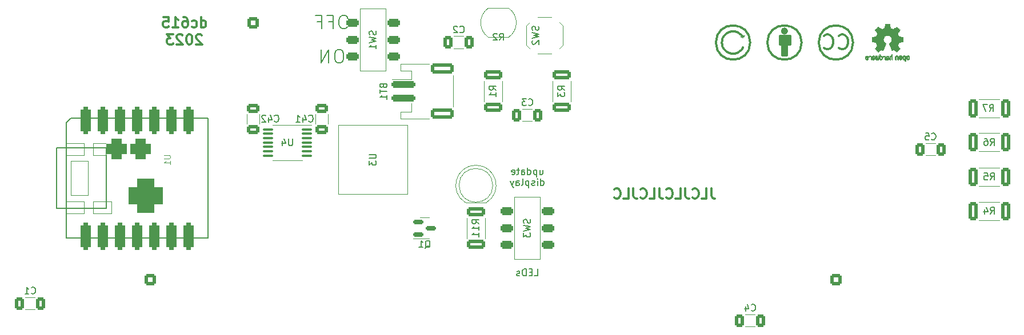
<source format=gbo>
%TF.GenerationSoftware,KiCad,Pcbnew,6.0.10-86aedd382b~118~ubuntu22.04.1*%
%TF.CreationDate,2023-01-22T11:45:22-06:00*%
%TF.ProjectId,badge,62616467-652e-46b6-9963-61645f706362,rev?*%
%TF.SameCoordinates,Original*%
%TF.FileFunction,Legend,Bot*%
%TF.FilePolarity,Positive*%
%FSLAX46Y46*%
G04 Gerber Fmt 4.6, Leading zero omitted, Abs format (unit mm)*
G04 Created by KiCad (PCBNEW 6.0.10-86aedd382b~118~ubuntu22.04.1) date 2023-01-22 11:45:22*
%MOMM*%
%LPD*%
G01*
G04 APERTURE LIST*
G04 Aperture macros list*
%AMRoundRect*
0 Rectangle with rounded corners*
0 $1 Rounding radius*
0 $2 $3 $4 $5 $6 $7 $8 $9 X,Y pos of 4 corners*
0 Add a 4 corners polygon primitive as box body*
4,1,4,$2,$3,$4,$5,$6,$7,$8,$9,$2,$3,0*
0 Add four circle primitives for the rounded corners*
1,1,$1+$1,$2,$3*
1,1,$1+$1,$4,$5*
1,1,$1+$1,$6,$7*
1,1,$1+$1,$8,$9*
0 Add four rect primitives between the rounded corners*
20,1,$1+$1,$2,$3,$4,$5,0*
20,1,$1+$1,$4,$5,$6,$7,0*
20,1,$1+$1,$6,$7,$8,$9,0*
20,1,$1+$1,$8,$9,$2,$3,0*%
G04 Aperture macros list end*
%ADD10C,0.150000*%
%ADD11C,0.300000*%
%ADD12C,0.101600*%
%ADD13C,0.120000*%
%ADD14C,0.010000*%
%ADD15C,0.050000*%
%ADD16C,0.381000*%
%ADD17C,0.254000*%
%ADD18C,0.066040*%
%ADD19C,0.127000*%
%ADD20RoundRect,0.250000X-0.600000X0.600000X-0.600000X-0.600000X0.600000X-0.600000X0.600000X0.600000X0*%
%ADD21C,1.700000*%
%ADD22C,3.000000*%
%ADD23O,3.000000X6.000000*%
%ADD24RoundRect,0.250000X0.412500X0.650000X-0.412500X0.650000X-0.412500X-0.650000X0.412500X-0.650000X0*%
%ADD25R,1.700000X1.700000*%
%ADD26O,6.000000X3.000000*%
%ADD27RoundRect,0.249999X1.075001X-0.450001X1.075001X0.450001X-1.075001X0.450001X-1.075001X-0.450001X0*%
%ADD28RoundRect,0.249999X-1.075001X0.450001X-1.075001X-0.450001X1.075001X-0.450001X1.075001X0.450001X0*%
%ADD29RoundRect,0.250000X0.650000X-0.412500X0.650000X0.412500X-0.650000X0.412500X-0.650000X-0.412500X0*%
%ADD30R,1.800000X1.800000*%
%ADD31C,1.800000*%
%ADD32C,1.500000*%
%ADD33RoundRect,0.250000X-1.500000X0.250000X-1.500000X-0.250000X1.500000X-0.250000X1.500000X0.250000X0*%
%ADD34RoundRect,0.250001X-1.449999X0.499999X-1.449999X-0.499999X1.449999X-0.499999X1.449999X0.499999X0*%
%ADD35RoundRect,0.300000X0.650000X-0.300000X0.650000X0.300000X-0.650000X0.300000X-0.650000X-0.300000X0*%
%ADD36RoundRect,0.249999X0.450001X1.075001X-0.450001X1.075001X-0.450001X-1.075001X0.450001X-1.075001X0*%
%ADD37RoundRect,0.249999X-0.450001X-1.075001X0.450001X-1.075001X0.450001X1.075001X-0.450001X1.075001X0*%
%ADD38RoundRect,0.150000X-0.587500X-0.150000X0.587500X-0.150000X0.587500X0.150000X-0.587500X0.150000X0*%
%ADD39RoundRect,0.300000X-0.650000X0.300000X-0.650000X-0.300000X0.650000X-0.300000X0.650000X0.300000X0*%
%ADD40R,2.000000X1.905000*%
%ADD41O,2.000000X1.905000*%
%ADD42R,1.100000X1.800000*%
%ADD43RoundRect,0.100000X0.637500X0.100000X-0.637500X0.100000X-0.637500X-0.100000X0.637500X-0.100000X0*%
%ADD44RoundRect,1.250000X1.250000X1.250000X-1.250000X1.250000X-1.250000X-1.250000X1.250000X-1.250000X0*%
%ADD45RoundRect,0.750000X0.750000X-0.750000X0.750000X0.750000X-0.750000X0.750000X-0.750000X-0.750000X0*%
%ADD46RoundRect,0.375000X-0.375000X1.625000X-0.375000X-1.625000X0.375000X-1.625000X0.375000X1.625000X0*%
G04 APERTURE END LIST*
D10*
X99964761Y-59864761D02*
X99583809Y-59864761D01*
X99393333Y-59960000D01*
X99202857Y-60150476D01*
X99107619Y-60531428D01*
X99107619Y-61198095D01*
X99202857Y-61579047D01*
X99393333Y-61769523D01*
X99583809Y-61864761D01*
X99964761Y-61864761D01*
X100155238Y-61769523D01*
X100345714Y-61579047D01*
X100440952Y-61198095D01*
X100440952Y-60531428D01*
X100345714Y-60150476D01*
X100155238Y-59960000D01*
X99964761Y-59864761D01*
X97583809Y-60817142D02*
X98250476Y-60817142D01*
X98250476Y-61864761D02*
X98250476Y-59864761D01*
X97298095Y-59864761D01*
X95869523Y-60817142D02*
X96536190Y-60817142D01*
X96536190Y-61864761D02*
X96536190Y-59864761D01*
X95583809Y-59864761D01*
D11*
X78664285Y-61638571D02*
X78664285Y-60138571D01*
X78664285Y-61567142D02*
X78807142Y-61638571D01*
X79092857Y-61638571D01*
X79235714Y-61567142D01*
X79307142Y-61495714D01*
X79378571Y-61352857D01*
X79378571Y-60924285D01*
X79307142Y-60781428D01*
X79235714Y-60710000D01*
X79092857Y-60638571D01*
X78807142Y-60638571D01*
X78664285Y-60710000D01*
X77307142Y-61567142D02*
X77450000Y-61638571D01*
X77735714Y-61638571D01*
X77878571Y-61567142D01*
X77950000Y-61495714D01*
X78021428Y-61352857D01*
X78021428Y-60924285D01*
X77950000Y-60781428D01*
X77878571Y-60710000D01*
X77735714Y-60638571D01*
X77450000Y-60638571D01*
X77307142Y-60710000D01*
X76021428Y-60138571D02*
X76307142Y-60138571D01*
X76450000Y-60210000D01*
X76521428Y-60281428D01*
X76664285Y-60495714D01*
X76735714Y-60781428D01*
X76735714Y-61352857D01*
X76664285Y-61495714D01*
X76592857Y-61567142D01*
X76450000Y-61638571D01*
X76164285Y-61638571D01*
X76021428Y-61567142D01*
X75950000Y-61495714D01*
X75878571Y-61352857D01*
X75878571Y-60995714D01*
X75950000Y-60852857D01*
X76021428Y-60781428D01*
X76164285Y-60710000D01*
X76450000Y-60710000D01*
X76592857Y-60781428D01*
X76664285Y-60852857D01*
X76735714Y-60995714D01*
X74450000Y-61638571D02*
X75307142Y-61638571D01*
X74878571Y-61638571D02*
X74878571Y-60138571D01*
X75021428Y-60352857D01*
X75164285Y-60495714D01*
X75307142Y-60567142D01*
X73092857Y-60138571D02*
X73807142Y-60138571D01*
X73878571Y-60852857D01*
X73807142Y-60781428D01*
X73664285Y-60710000D01*
X73307142Y-60710000D01*
X73164285Y-60781428D01*
X73092857Y-60852857D01*
X73021428Y-60995714D01*
X73021428Y-61352857D01*
X73092857Y-61495714D01*
X73164285Y-61567142D01*
X73307142Y-61638571D01*
X73664285Y-61638571D01*
X73807142Y-61567142D01*
X73878571Y-61495714D01*
X78771428Y-62821428D02*
X78700000Y-62750000D01*
X78557142Y-62678571D01*
X78200000Y-62678571D01*
X78057142Y-62750000D01*
X77985714Y-62821428D01*
X77914285Y-62964285D01*
X77914285Y-63107142D01*
X77985714Y-63321428D01*
X78842857Y-64178571D01*
X77914285Y-64178571D01*
X76985714Y-62678571D02*
X76842857Y-62678571D01*
X76700000Y-62750000D01*
X76628571Y-62821428D01*
X76557142Y-62964285D01*
X76485714Y-63250000D01*
X76485714Y-63607142D01*
X76557142Y-63892857D01*
X76628571Y-64035714D01*
X76700000Y-64107142D01*
X76842857Y-64178571D01*
X76985714Y-64178571D01*
X77128571Y-64107142D01*
X77200000Y-64035714D01*
X77271428Y-63892857D01*
X77342857Y-63607142D01*
X77342857Y-63250000D01*
X77271428Y-62964285D01*
X77200000Y-62821428D01*
X77128571Y-62750000D01*
X76985714Y-62678571D01*
X75914285Y-62821428D02*
X75842857Y-62750000D01*
X75700000Y-62678571D01*
X75342857Y-62678571D01*
X75200000Y-62750000D01*
X75128571Y-62821428D01*
X75057142Y-62964285D01*
X75057142Y-63107142D01*
X75128571Y-63321428D01*
X75985714Y-64178571D01*
X75057142Y-64178571D01*
X74557142Y-62678571D02*
X73628571Y-62678571D01*
X74128571Y-63250000D01*
X73914285Y-63250000D01*
X73771428Y-63321428D01*
X73700000Y-63392857D01*
X73628571Y-63535714D01*
X73628571Y-63892857D01*
X73700000Y-64035714D01*
X73771428Y-64107142D01*
X73914285Y-64178571D01*
X74342857Y-64178571D01*
X74485714Y-64107142D01*
X74557142Y-64035714D01*
X154248571Y-85538571D02*
X154248571Y-86610000D01*
X154320000Y-86824285D01*
X154462857Y-86967142D01*
X154677142Y-87038571D01*
X154820000Y-87038571D01*
X152820000Y-87038571D02*
X153534285Y-87038571D01*
X153534285Y-85538571D01*
X151462857Y-86895714D02*
X151534285Y-86967142D01*
X151748571Y-87038571D01*
X151891428Y-87038571D01*
X152105714Y-86967142D01*
X152248571Y-86824285D01*
X152320000Y-86681428D01*
X152391428Y-86395714D01*
X152391428Y-86181428D01*
X152320000Y-85895714D01*
X152248571Y-85752857D01*
X152105714Y-85610000D01*
X151891428Y-85538571D01*
X151748571Y-85538571D01*
X151534285Y-85610000D01*
X151462857Y-85681428D01*
X150391428Y-85538571D02*
X150391428Y-86610000D01*
X150462857Y-86824285D01*
X150605714Y-86967142D01*
X150820000Y-87038571D01*
X150962857Y-87038571D01*
X148962857Y-87038571D02*
X149677142Y-87038571D01*
X149677142Y-85538571D01*
X147605714Y-86895714D02*
X147677142Y-86967142D01*
X147891428Y-87038571D01*
X148034285Y-87038571D01*
X148248571Y-86967142D01*
X148391428Y-86824285D01*
X148462857Y-86681428D01*
X148534285Y-86395714D01*
X148534285Y-86181428D01*
X148462857Y-85895714D01*
X148391428Y-85752857D01*
X148248571Y-85610000D01*
X148034285Y-85538571D01*
X147891428Y-85538571D01*
X147677142Y-85610000D01*
X147605714Y-85681428D01*
X146534285Y-85538571D02*
X146534285Y-86610000D01*
X146605714Y-86824285D01*
X146748571Y-86967142D01*
X146962857Y-87038571D01*
X147105714Y-87038571D01*
X145105714Y-87038571D02*
X145820000Y-87038571D01*
X145820000Y-85538571D01*
X143748571Y-86895714D02*
X143820000Y-86967142D01*
X144034285Y-87038571D01*
X144177142Y-87038571D01*
X144391428Y-86967142D01*
X144534285Y-86824285D01*
X144605714Y-86681428D01*
X144677142Y-86395714D01*
X144677142Y-86181428D01*
X144605714Y-85895714D01*
X144534285Y-85752857D01*
X144391428Y-85610000D01*
X144177142Y-85538571D01*
X144034285Y-85538571D01*
X143820000Y-85610000D01*
X143748571Y-85681428D01*
X142677142Y-85538571D02*
X142677142Y-86610000D01*
X142748571Y-86824285D01*
X142891428Y-86967142D01*
X143105714Y-87038571D01*
X143248571Y-87038571D01*
X141248571Y-87038571D02*
X141962857Y-87038571D01*
X141962857Y-85538571D01*
X139891428Y-86895714D02*
X139962857Y-86967142D01*
X140177142Y-87038571D01*
X140320000Y-87038571D01*
X140534285Y-86967142D01*
X140677142Y-86824285D01*
X140748571Y-86681428D01*
X140820000Y-86395714D01*
X140820000Y-86181428D01*
X140748571Y-85895714D01*
X140677142Y-85752857D01*
X140534285Y-85610000D01*
X140320000Y-85538571D01*
X140177142Y-85538571D01*
X139962857Y-85610000D01*
X139891428Y-85681428D01*
D10*
X99298095Y-64944761D02*
X98917142Y-64944761D01*
X98726666Y-65040000D01*
X98536190Y-65230476D01*
X98440952Y-65611428D01*
X98440952Y-66278095D01*
X98536190Y-66659047D01*
X98726666Y-66849523D01*
X98917142Y-66944761D01*
X99298095Y-66944761D01*
X99488571Y-66849523D01*
X99679047Y-66659047D01*
X99774285Y-66278095D01*
X99774285Y-65611428D01*
X99679047Y-65230476D01*
X99488571Y-65040000D01*
X99298095Y-64944761D01*
X97583809Y-66944761D02*
X97583809Y-64944761D01*
X96440952Y-66944761D01*
X96440952Y-64944761D01*
X128047619Y-98512380D02*
X128523809Y-98512380D01*
X128523809Y-97512380D01*
X127714285Y-97988571D02*
X127380952Y-97988571D01*
X127238095Y-98512380D02*
X127714285Y-98512380D01*
X127714285Y-97512380D01*
X127238095Y-97512380D01*
X126809523Y-98512380D02*
X126809523Y-97512380D01*
X126571428Y-97512380D01*
X126428571Y-97560000D01*
X126333333Y-97655238D01*
X126285714Y-97750476D01*
X126238095Y-97940952D01*
X126238095Y-98083809D01*
X126285714Y-98274285D01*
X126333333Y-98369523D01*
X126428571Y-98464761D01*
X126571428Y-98512380D01*
X126809523Y-98512380D01*
X125857142Y-98464761D02*
X125761904Y-98512380D01*
X125571428Y-98512380D01*
X125476190Y-98464761D01*
X125428571Y-98369523D01*
X125428571Y-98321904D01*
X125476190Y-98226666D01*
X125571428Y-98179047D01*
X125714285Y-98179047D01*
X125809523Y-98131428D01*
X125857142Y-98036190D01*
X125857142Y-97988571D01*
X125809523Y-97893333D01*
X125714285Y-97845714D01*
X125571428Y-97845714D01*
X125476190Y-97893333D01*
X128857142Y-82800714D02*
X128857142Y-83467380D01*
X129285714Y-82800714D02*
X129285714Y-83324523D01*
X129238095Y-83419761D01*
X129142857Y-83467380D01*
X129000000Y-83467380D01*
X128904761Y-83419761D01*
X128857142Y-83372142D01*
X128380952Y-82800714D02*
X128380952Y-83800714D01*
X128380952Y-82848333D02*
X128285714Y-82800714D01*
X128095238Y-82800714D01*
X128000000Y-82848333D01*
X127952380Y-82895952D01*
X127904761Y-82991190D01*
X127904761Y-83276904D01*
X127952380Y-83372142D01*
X128000000Y-83419761D01*
X128095238Y-83467380D01*
X128285714Y-83467380D01*
X128380952Y-83419761D01*
X127047619Y-83467380D02*
X127047619Y-82467380D01*
X127047619Y-83419761D02*
X127142857Y-83467380D01*
X127333333Y-83467380D01*
X127428571Y-83419761D01*
X127476190Y-83372142D01*
X127523809Y-83276904D01*
X127523809Y-82991190D01*
X127476190Y-82895952D01*
X127428571Y-82848333D01*
X127333333Y-82800714D01*
X127142857Y-82800714D01*
X127047619Y-82848333D01*
X126142857Y-83467380D02*
X126142857Y-82943571D01*
X126190476Y-82848333D01*
X126285714Y-82800714D01*
X126476190Y-82800714D01*
X126571428Y-82848333D01*
X126142857Y-83419761D02*
X126238095Y-83467380D01*
X126476190Y-83467380D01*
X126571428Y-83419761D01*
X126619047Y-83324523D01*
X126619047Y-83229285D01*
X126571428Y-83134047D01*
X126476190Y-83086428D01*
X126238095Y-83086428D01*
X126142857Y-83038809D01*
X125809523Y-82800714D02*
X125428571Y-82800714D01*
X125666666Y-82467380D02*
X125666666Y-83324523D01*
X125619047Y-83419761D01*
X125523809Y-83467380D01*
X125428571Y-83467380D01*
X124714285Y-83419761D02*
X124809523Y-83467380D01*
X125000000Y-83467380D01*
X125095238Y-83419761D01*
X125142857Y-83324523D01*
X125142857Y-82943571D01*
X125095238Y-82848333D01*
X125000000Y-82800714D01*
X124809523Y-82800714D01*
X124714285Y-82848333D01*
X124666666Y-82943571D01*
X124666666Y-83038809D01*
X125142857Y-83134047D01*
X128976190Y-85077380D02*
X128976190Y-84077380D01*
X128976190Y-85029761D02*
X129071428Y-85077380D01*
X129261904Y-85077380D01*
X129357142Y-85029761D01*
X129404761Y-84982142D01*
X129452380Y-84886904D01*
X129452380Y-84601190D01*
X129404761Y-84505952D01*
X129357142Y-84458333D01*
X129261904Y-84410714D01*
X129071428Y-84410714D01*
X128976190Y-84458333D01*
X128500000Y-85077380D02*
X128500000Y-84410714D01*
X128500000Y-84077380D02*
X128547619Y-84125000D01*
X128500000Y-84172619D01*
X128452380Y-84125000D01*
X128500000Y-84077380D01*
X128500000Y-84172619D01*
X128071428Y-85029761D02*
X127976190Y-85077380D01*
X127785714Y-85077380D01*
X127690476Y-85029761D01*
X127642857Y-84934523D01*
X127642857Y-84886904D01*
X127690476Y-84791666D01*
X127785714Y-84744047D01*
X127928571Y-84744047D01*
X128023809Y-84696428D01*
X128071428Y-84601190D01*
X128071428Y-84553571D01*
X128023809Y-84458333D01*
X127928571Y-84410714D01*
X127785714Y-84410714D01*
X127690476Y-84458333D01*
X127214285Y-84410714D02*
X127214285Y-85410714D01*
X127214285Y-84458333D02*
X127119047Y-84410714D01*
X126928571Y-84410714D01*
X126833333Y-84458333D01*
X126785714Y-84505952D01*
X126738095Y-84601190D01*
X126738095Y-84886904D01*
X126785714Y-84982142D01*
X126833333Y-85029761D01*
X126928571Y-85077380D01*
X127119047Y-85077380D01*
X127214285Y-85029761D01*
X126166666Y-85077380D02*
X126261904Y-85029761D01*
X126309523Y-84934523D01*
X126309523Y-84077380D01*
X125357142Y-85077380D02*
X125357142Y-84553571D01*
X125404761Y-84458333D01*
X125500000Y-84410714D01*
X125690476Y-84410714D01*
X125785714Y-84458333D01*
X125357142Y-85029761D02*
X125452380Y-85077380D01*
X125690476Y-85077380D01*
X125785714Y-85029761D01*
X125833333Y-84934523D01*
X125833333Y-84839285D01*
X125785714Y-84744047D01*
X125690476Y-84696428D01*
X125452380Y-84696428D01*
X125357142Y-84648809D01*
X124976190Y-84410714D02*
X124738095Y-85077380D01*
X124500000Y-84410714D02*
X124738095Y-85077380D01*
X124833333Y-85315476D01*
X124880952Y-85363095D01*
X124976190Y-85410714D01*
%TO.C,C1*%
X53506666Y-101107142D02*
X53554285Y-101154761D01*
X53697142Y-101202380D01*
X53792380Y-101202380D01*
X53935238Y-101154761D01*
X54030476Y-101059523D01*
X54078095Y-100964285D01*
X54125714Y-100773809D01*
X54125714Y-100630952D01*
X54078095Y-100440476D01*
X54030476Y-100345238D01*
X53935238Y-100250000D01*
X53792380Y-100202380D01*
X53697142Y-100202380D01*
X53554285Y-100250000D01*
X53506666Y-100297619D01*
X52554285Y-101202380D02*
X53125714Y-101202380D01*
X52840000Y-101202380D02*
X52840000Y-100202380D01*
X52935238Y-100345238D01*
X53030476Y-100440476D01*
X53125714Y-100488095D01*
%TO.C,C2*%
X117006666Y-62357142D02*
X117054285Y-62404761D01*
X117197142Y-62452380D01*
X117292380Y-62452380D01*
X117435238Y-62404761D01*
X117530476Y-62309523D01*
X117578095Y-62214285D01*
X117625714Y-62023809D01*
X117625714Y-61880952D01*
X117578095Y-61690476D01*
X117530476Y-61595238D01*
X117435238Y-61500000D01*
X117292380Y-61452380D01*
X117197142Y-61452380D01*
X117054285Y-61500000D01*
X117006666Y-61547619D01*
X116625714Y-61547619D02*
X116578095Y-61500000D01*
X116482857Y-61452380D01*
X116244761Y-61452380D01*
X116149523Y-61500000D01*
X116101904Y-61547619D01*
X116054285Y-61642857D01*
X116054285Y-61738095D01*
X116101904Y-61880952D01*
X116673333Y-62452380D01*
X116054285Y-62452380D01*
%TO.C,C3*%
X127166666Y-73167142D02*
X127214285Y-73214761D01*
X127357142Y-73262380D01*
X127452380Y-73262380D01*
X127595238Y-73214761D01*
X127690476Y-73119523D01*
X127738095Y-73024285D01*
X127785714Y-72833809D01*
X127785714Y-72690952D01*
X127738095Y-72500476D01*
X127690476Y-72405238D01*
X127595238Y-72310000D01*
X127452380Y-72262380D01*
X127357142Y-72262380D01*
X127214285Y-72310000D01*
X127166666Y-72357619D01*
X126833333Y-72262380D02*
X126214285Y-72262380D01*
X126547619Y-72643333D01*
X126404761Y-72643333D01*
X126309523Y-72690952D01*
X126261904Y-72738571D01*
X126214285Y-72833809D01*
X126214285Y-73071904D01*
X126261904Y-73167142D01*
X126309523Y-73214761D01*
X126404761Y-73262380D01*
X126690476Y-73262380D01*
X126785714Y-73214761D01*
X126833333Y-73167142D01*
%TO.C,C4*%
X160186666Y-103647142D02*
X160234285Y-103694761D01*
X160377142Y-103742380D01*
X160472380Y-103742380D01*
X160615238Y-103694761D01*
X160710476Y-103599523D01*
X160758095Y-103504285D01*
X160805714Y-103313809D01*
X160805714Y-103170952D01*
X160758095Y-102980476D01*
X160710476Y-102885238D01*
X160615238Y-102790000D01*
X160472380Y-102742380D01*
X160377142Y-102742380D01*
X160234285Y-102790000D01*
X160186666Y-102837619D01*
X159329523Y-103075714D02*
X159329523Y-103742380D01*
X159567619Y-102694761D02*
X159805714Y-103409047D01*
X159186666Y-103409047D01*
%TO.C,C5*%
X186890971Y-78249505D02*
X186938590Y-78297124D01*
X187081447Y-78344743D01*
X187176685Y-78344743D01*
X187319543Y-78297124D01*
X187414781Y-78201886D01*
X187462400Y-78106648D01*
X187510019Y-77916172D01*
X187510019Y-77773315D01*
X187462400Y-77582839D01*
X187414781Y-77487601D01*
X187319543Y-77392363D01*
X187176685Y-77344743D01*
X187081447Y-77344743D01*
X186938590Y-77392363D01*
X186890971Y-77439982D01*
X185986209Y-77344743D02*
X186462400Y-77344743D01*
X186510019Y-77820934D01*
X186462400Y-77773315D01*
X186367162Y-77725696D01*
X186129066Y-77725696D01*
X186033828Y-77773315D01*
X185986209Y-77820934D01*
X185938590Y-77916172D01*
X185938590Y-78154267D01*
X185986209Y-78249505D01*
X186033828Y-78297124D01*
X186129066Y-78344743D01*
X186367162Y-78344743D01*
X186462400Y-78297124D01*
X186510019Y-78249505D01*
%TO.C,R3*%
X132532380Y-70953333D02*
X132056190Y-70620000D01*
X132532380Y-70381904D02*
X131532380Y-70381904D01*
X131532380Y-70762857D01*
X131580000Y-70858095D01*
X131627619Y-70905714D01*
X131722857Y-70953333D01*
X131865714Y-70953333D01*
X131960952Y-70905714D01*
X132008571Y-70858095D01*
X132056190Y-70762857D01*
X132056190Y-70381904D01*
X131532380Y-71286666D02*
X131532380Y-71905714D01*
X131913333Y-71572380D01*
X131913333Y-71715238D01*
X131960952Y-71810476D01*
X132008571Y-71858095D01*
X132103809Y-71905714D01*
X132341904Y-71905714D01*
X132437142Y-71858095D01*
X132484761Y-71810476D01*
X132532380Y-71715238D01*
X132532380Y-71429523D01*
X132484761Y-71334285D01*
X132437142Y-71286666D01*
%TO.C,R11*%
X119832380Y-90797142D02*
X119356190Y-90463809D01*
X119832380Y-90225714D02*
X118832380Y-90225714D01*
X118832380Y-90606666D01*
X118880000Y-90701904D01*
X118927619Y-90749523D01*
X119022857Y-90797142D01*
X119165714Y-90797142D01*
X119260952Y-90749523D01*
X119308571Y-90701904D01*
X119356190Y-90606666D01*
X119356190Y-90225714D01*
X119832380Y-91749523D02*
X119832380Y-91178095D01*
X119832380Y-91463809D02*
X118832380Y-91463809D01*
X118975238Y-91368571D01*
X119070476Y-91273333D01*
X119118095Y-91178095D01*
X119832380Y-92701904D02*
X119832380Y-92130476D01*
X119832380Y-92416190D02*
X118832380Y-92416190D01*
X118975238Y-92320952D01*
X119070476Y-92225714D01*
X119118095Y-92130476D01*
%TO.C,C41*%
X94622857Y-75579642D02*
X94670476Y-75627261D01*
X94813333Y-75674880D01*
X94908571Y-75674880D01*
X95051428Y-75627261D01*
X95146666Y-75532023D01*
X95194285Y-75436785D01*
X95241904Y-75246309D01*
X95241904Y-75103452D01*
X95194285Y-74912976D01*
X95146666Y-74817738D01*
X95051428Y-74722500D01*
X94908571Y-74674880D01*
X94813333Y-74674880D01*
X94670476Y-74722500D01*
X94622857Y-74770119D01*
X93765714Y-75008214D02*
X93765714Y-75674880D01*
X94003809Y-74627261D02*
X94241904Y-75341547D01*
X93622857Y-75341547D01*
X92718095Y-75674880D02*
X93289523Y-75674880D01*
X93003809Y-75674880D02*
X93003809Y-74674880D01*
X93099047Y-74817738D01*
X93194285Y-74912976D01*
X93289523Y-74960595D01*
%TO.C,R2*%
X122880969Y-63562380D02*
X123214303Y-63086190D01*
X123452398Y-63562380D02*
X123452398Y-62562380D01*
X123071445Y-62562380D01*
X122976207Y-62610000D01*
X122928588Y-62657619D01*
X122880969Y-62752857D01*
X122880969Y-62895714D01*
X122928588Y-62990952D01*
X122976207Y-63038571D01*
X123071445Y-63086190D01*
X123452398Y-63086190D01*
X122500017Y-62657619D02*
X122452398Y-62610000D01*
X122357160Y-62562380D01*
X122119064Y-62562380D01*
X122023826Y-62610000D01*
X121976207Y-62657619D01*
X121928588Y-62752857D01*
X121928588Y-62848095D01*
X121976207Y-62990952D01*
X122547636Y-63562380D01*
X121928588Y-63562380D01*
%TO.C,BT1*%
X105638571Y-70334285D02*
X105686190Y-70477142D01*
X105733809Y-70524761D01*
X105829047Y-70572380D01*
X105971904Y-70572380D01*
X106067142Y-70524761D01*
X106114761Y-70477142D01*
X106162380Y-70381904D01*
X106162380Y-70000952D01*
X105162380Y-70000952D01*
X105162380Y-70334285D01*
X105210000Y-70429523D01*
X105257619Y-70477142D01*
X105352857Y-70524761D01*
X105448095Y-70524761D01*
X105543333Y-70477142D01*
X105590952Y-70429523D01*
X105638571Y-70334285D01*
X105638571Y-70000952D01*
X105162380Y-70858095D02*
X105162380Y-71429523D01*
X106162380Y-71143809D02*
X105162380Y-71143809D01*
X106162380Y-72286666D02*
X106162380Y-71715238D01*
X106162380Y-72000952D02*
X105162380Y-72000952D01*
X105305238Y-71905714D01*
X105400476Y-71810476D01*
X105448095Y-71715238D01*
%TO.C,SW1*%
X104544761Y-62166666D02*
X104592380Y-62309523D01*
X104592380Y-62547619D01*
X104544761Y-62642857D01*
X104497142Y-62690476D01*
X104401904Y-62738095D01*
X104306666Y-62738095D01*
X104211428Y-62690476D01*
X104163809Y-62642857D01*
X104116190Y-62547619D01*
X104068571Y-62357142D01*
X104020952Y-62261904D01*
X103973333Y-62214285D01*
X103878095Y-62166666D01*
X103782857Y-62166666D01*
X103687619Y-62214285D01*
X103640000Y-62261904D01*
X103592380Y-62357142D01*
X103592380Y-62595238D01*
X103640000Y-62738095D01*
X103592380Y-63071428D02*
X104592380Y-63309523D01*
X103878095Y-63500000D01*
X104592380Y-63690476D01*
X103592380Y-63928571D01*
X104592380Y-64833333D02*
X104592380Y-64261904D01*
X104592380Y-64547619D02*
X103592380Y-64547619D01*
X103735238Y-64452380D01*
X103830476Y-64357142D01*
X103878095Y-64261904D01*
%TO.C,R6*%
X195606666Y-79152380D02*
X195940000Y-78676190D01*
X196178095Y-79152380D02*
X196178095Y-78152380D01*
X195797142Y-78152380D01*
X195701904Y-78200000D01*
X195654285Y-78247619D01*
X195606666Y-78342857D01*
X195606666Y-78485714D01*
X195654285Y-78580952D01*
X195701904Y-78628571D01*
X195797142Y-78676190D01*
X196178095Y-78676190D01*
X194749523Y-78152380D02*
X194940000Y-78152380D01*
X195035238Y-78200000D01*
X195082857Y-78247619D01*
X195178095Y-78390476D01*
X195225714Y-78580952D01*
X195225714Y-78961904D01*
X195178095Y-79057142D01*
X195130476Y-79104761D01*
X195035238Y-79152380D01*
X194844761Y-79152380D01*
X194749523Y-79104761D01*
X194701904Y-79057142D01*
X194654285Y-78961904D01*
X194654285Y-78723809D01*
X194701904Y-78628571D01*
X194749523Y-78580952D01*
X194844761Y-78533333D01*
X195035238Y-78533333D01*
X195130476Y-78580952D01*
X195178095Y-78628571D01*
X195225714Y-78723809D01*
D11*
%TO.C,CC*%
X173139047Y-64689574D02*
X173243809Y-64794336D01*
X173558095Y-64899098D01*
X173767619Y-64899098D01*
X174081904Y-64794336D01*
X174291428Y-64584812D01*
X174396190Y-64375288D01*
X174500952Y-63956240D01*
X174500952Y-63641955D01*
X174396190Y-63222907D01*
X174291428Y-63013383D01*
X174081904Y-62803860D01*
X173767619Y-62699098D01*
X173558095Y-62699098D01*
X173243809Y-62803860D01*
X173139047Y-62908621D01*
X170939047Y-64689574D02*
X171043809Y-64794336D01*
X171358095Y-64899098D01*
X171567619Y-64899098D01*
X171881904Y-64794336D01*
X172091428Y-64584812D01*
X172196190Y-64375288D01*
X172300952Y-63956240D01*
X172300952Y-63641955D01*
X172196190Y-63222907D01*
X172091428Y-63013383D01*
X171881904Y-62803860D01*
X171567619Y-62699098D01*
X171358095Y-62699098D01*
X171043809Y-62803860D01*
X170939047Y-62908621D01*
D10*
%TO.C,R4*%
X195606666Y-89352380D02*
X195940000Y-88876190D01*
X196178095Y-89352380D02*
X196178095Y-88352380D01*
X195797142Y-88352380D01*
X195701904Y-88400000D01*
X195654285Y-88447619D01*
X195606666Y-88542857D01*
X195606666Y-88685714D01*
X195654285Y-88780952D01*
X195701904Y-88828571D01*
X195797142Y-88876190D01*
X196178095Y-88876190D01*
X194749523Y-88685714D02*
X194749523Y-89352380D01*
X194987619Y-88304761D02*
X195225714Y-89019047D01*
X194606666Y-89019047D01*
%TO.C,Q1*%
X111855238Y-94387619D02*
X111950476Y-94340000D01*
X112045714Y-94244761D01*
X112188571Y-94101904D01*
X112283809Y-94054285D01*
X112379047Y-94054285D01*
X112331428Y-94292380D02*
X112426666Y-94244761D01*
X112521904Y-94149523D01*
X112569523Y-93959047D01*
X112569523Y-93625714D01*
X112521904Y-93435238D01*
X112426666Y-93340000D01*
X112331428Y-93292380D01*
X112140952Y-93292380D01*
X112045714Y-93340000D01*
X111950476Y-93435238D01*
X111902857Y-93625714D01*
X111902857Y-93959047D01*
X111950476Y-94149523D01*
X112045714Y-94244761D01*
X112140952Y-94292380D01*
X112331428Y-94292380D01*
X110950476Y-94292380D02*
X111521904Y-94292380D01*
X111236190Y-94292380D02*
X111236190Y-93292380D01*
X111331428Y-93435238D01*
X111426666Y-93530476D01*
X111521904Y-93578095D01*
%TO.C,SW3*%
X127404761Y-90106666D02*
X127452380Y-90249523D01*
X127452380Y-90487619D01*
X127404761Y-90582857D01*
X127357142Y-90630476D01*
X127261904Y-90678095D01*
X127166666Y-90678095D01*
X127071428Y-90630476D01*
X127023809Y-90582857D01*
X126976190Y-90487619D01*
X126928571Y-90297142D01*
X126880952Y-90201904D01*
X126833333Y-90154285D01*
X126738095Y-90106666D01*
X126642857Y-90106666D01*
X126547619Y-90154285D01*
X126500000Y-90201904D01*
X126452380Y-90297142D01*
X126452380Y-90535238D01*
X126500000Y-90678095D01*
X126452380Y-91011428D02*
X127452380Y-91249523D01*
X126738095Y-91440000D01*
X127452380Y-91630476D01*
X126452380Y-91868571D01*
X126452380Y-92154285D02*
X126452380Y-92773333D01*
X126833333Y-92440000D01*
X126833333Y-92582857D01*
X126880952Y-92678095D01*
X126928571Y-92725714D01*
X127023809Y-92773333D01*
X127261904Y-92773333D01*
X127357142Y-92725714D01*
X127404761Y-92678095D01*
X127452380Y-92582857D01*
X127452380Y-92297142D01*
X127404761Y-92201904D01*
X127357142Y-92154285D01*
%TO.C,U3*%
X103592380Y-80518095D02*
X104401904Y-80518095D01*
X104497142Y-80565714D01*
X104544761Y-80613333D01*
X104592380Y-80708571D01*
X104592380Y-80899047D01*
X104544761Y-80994285D01*
X104497142Y-81041904D01*
X104401904Y-81089523D01*
X103592380Y-81089523D01*
X103592380Y-81470476D02*
X103592380Y-82089523D01*
X103973333Y-81756190D01*
X103973333Y-81899047D01*
X104020952Y-81994285D01*
X104068571Y-82041904D01*
X104163809Y-82089523D01*
X104401904Y-82089523D01*
X104497142Y-82041904D01*
X104544761Y-81994285D01*
X104592380Y-81899047D01*
X104592380Y-81613333D01*
X104544761Y-81518095D01*
X104497142Y-81470476D01*
%TO.C,SW2*%
X128649717Y-61505580D02*
X128697336Y-61648437D01*
X128697336Y-61886533D01*
X128649717Y-61981771D01*
X128602098Y-62029390D01*
X128506860Y-62077009D01*
X128411622Y-62077009D01*
X128316384Y-62029390D01*
X128268765Y-61981771D01*
X128221146Y-61886533D01*
X128173527Y-61696056D01*
X128125908Y-61600818D01*
X128078289Y-61553199D01*
X127983051Y-61505580D01*
X127887813Y-61505580D01*
X127792575Y-61553199D01*
X127744956Y-61600818D01*
X127697336Y-61696056D01*
X127697336Y-61934152D01*
X127744956Y-62077009D01*
X127697336Y-62410342D02*
X128697336Y-62648437D01*
X127983051Y-62838914D01*
X128697336Y-63029390D01*
X127697336Y-63267485D01*
X127792575Y-63600818D02*
X127744956Y-63648437D01*
X127697336Y-63743675D01*
X127697336Y-63981771D01*
X127744956Y-64077009D01*
X127792575Y-64124628D01*
X127887813Y-64172247D01*
X127983051Y-64172247D01*
X128125908Y-64124628D01*
X128697336Y-63553199D01*
X128697336Y-64172247D01*
%TO.C,U4*%
X92201904Y-78192380D02*
X92201904Y-79001904D01*
X92154285Y-79097142D01*
X92106666Y-79144761D01*
X92011428Y-79192380D01*
X91820952Y-79192380D01*
X91725714Y-79144761D01*
X91678095Y-79097142D01*
X91630476Y-79001904D01*
X91630476Y-78192380D01*
X90725714Y-78525714D02*
X90725714Y-79192380D01*
X90963809Y-78144761D02*
X91201904Y-78859047D01*
X90582857Y-78859047D01*
%TO.C,C42*%
X89542857Y-75579642D02*
X89590476Y-75627261D01*
X89733333Y-75674880D01*
X89828571Y-75674880D01*
X89971428Y-75627261D01*
X90066666Y-75532023D01*
X90114285Y-75436785D01*
X90161904Y-75246309D01*
X90161904Y-75103452D01*
X90114285Y-74912976D01*
X90066666Y-74817738D01*
X89971428Y-74722500D01*
X89828571Y-74674880D01*
X89733333Y-74674880D01*
X89590476Y-74722500D01*
X89542857Y-74770119D01*
X88685714Y-75008214D02*
X88685714Y-75674880D01*
X88923809Y-74627261D02*
X89161904Y-75341547D01*
X88542857Y-75341547D01*
X88209523Y-74770119D02*
X88161904Y-74722500D01*
X88066666Y-74674880D01*
X87828571Y-74674880D01*
X87733333Y-74722500D01*
X87685714Y-74770119D01*
X87638095Y-74865357D01*
X87638095Y-74960595D01*
X87685714Y-75103452D01*
X88257142Y-75674880D01*
X87638095Y-75674880D01*
D12*
%TO.C,U1*%
X73173166Y-80602666D02*
X73892833Y-80602666D01*
X73977500Y-80645000D01*
X74019833Y-80687333D01*
X74062166Y-80772000D01*
X74062166Y-80941333D01*
X74019833Y-81026000D01*
X73977500Y-81068333D01*
X73892833Y-81110666D01*
X73173166Y-81110666D01*
X74062166Y-81999666D02*
X74062166Y-81491666D01*
X74062166Y-81745666D02*
X73173166Y-81745666D01*
X73300166Y-81661000D01*
X73384833Y-81576333D01*
X73427166Y-81491666D01*
D10*
%TO.C,R1*%
X122372380Y-70953333D02*
X121896190Y-70620000D01*
X122372380Y-70381904D02*
X121372380Y-70381904D01*
X121372380Y-70762857D01*
X121420000Y-70858095D01*
X121467619Y-70905714D01*
X121562857Y-70953333D01*
X121705714Y-70953333D01*
X121800952Y-70905714D01*
X121848571Y-70858095D01*
X121896190Y-70762857D01*
X121896190Y-70381904D01*
X122372380Y-71905714D02*
X122372380Y-71334285D01*
X122372380Y-71620000D02*
X121372380Y-71620000D01*
X121515238Y-71524761D01*
X121610476Y-71429523D01*
X121658095Y-71334285D01*
%TO.C,R5*%
X195606666Y-84272380D02*
X195940000Y-83796190D01*
X196178095Y-84272380D02*
X196178095Y-83272380D01*
X195797142Y-83272380D01*
X195701904Y-83320000D01*
X195654285Y-83367619D01*
X195606666Y-83462857D01*
X195606666Y-83605714D01*
X195654285Y-83700952D01*
X195701904Y-83748571D01*
X195797142Y-83796190D01*
X196178095Y-83796190D01*
X194701904Y-83272380D02*
X195178095Y-83272380D01*
X195225714Y-83748571D01*
X195178095Y-83700952D01*
X195082857Y-83653333D01*
X194844761Y-83653333D01*
X194749523Y-83700952D01*
X194701904Y-83748571D01*
X194654285Y-83843809D01*
X194654285Y-84081904D01*
X194701904Y-84177142D01*
X194749523Y-84224761D01*
X194844761Y-84272380D01*
X195082857Y-84272380D01*
X195178095Y-84224761D01*
X195225714Y-84177142D01*
%TO.C,R7*%
X195466666Y-74112380D02*
X195800000Y-73636190D01*
X196038095Y-74112380D02*
X196038095Y-73112380D01*
X195657142Y-73112380D01*
X195561904Y-73160000D01*
X195514285Y-73207619D01*
X195466666Y-73302857D01*
X195466666Y-73445714D01*
X195514285Y-73540952D01*
X195561904Y-73588571D01*
X195657142Y-73636190D01*
X196038095Y-73636190D01*
X195133333Y-73112380D02*
X194466666Y-73112380D01*
X194895238Y-74112380D01*
D13*
%TO.C,C1*%
X54051252Y-103510000D02*
X52628748Y-103510000D01*
X54051252Y-101690000D02*
X52628748Y-101690000D01*
%TO.C,C2*%
X117551252Y-64760000D02*
X116128748Y-64760000D01*
X117551252Y-62940000D02*
X116128748Y-62940000D01*
%TO.C,C3*%
X127711252Y-75570000D02*
X126288748Y-75570000D01*
X127711252Y-73750000D02*
X126288748Y-73750000D01*
%TO.C,C4*%
X160731252Y-106050000D02*
X159308748Y-106050000D01*
X160731252Y-104230000D02*
X159308748Y-104230000D01*
%TO.C,C5*%
X187435557Y-80652363D02*
X186013053Y-80652363D01*
X187435557Y-78832363D02*
X186013053Y-78832363D01*
%TO.C,R3*%
X133440000Y-72647064D02*
X133440000Y-69592936D01*
X130720000Y-72647064D02*
X130720000Y-69592936D01*
%TO.C,R11*%
X118020000Y-89912936D02*
X118020000Y-92967064D01*
X120740000Y-89912936D02*
X120740000Y-92967064D01*
%TO.C,C41*%
X97430000Y-75933752D02*
X97430000Y-74511248D01*
X95610000Y-75933752D02*
X95610000Y-74511248D01*
%TO.C,D6*%
X120925000Y-87650000D02*
X117835000Y-87650000D01*
X119380462Y-82100000D02*
G75*
G03*
X117835170Y-87650000I-462J-2990000D01*
G01*
X120924830Y-87650000D02*
G75*
G03*
X119379538Y-82100000I-1544830J2560000D01*
G01*
X121880000Y-85090000D02*
G75*
G03*
X121880000Y-85090000I-2500000J0D01*
G01*
%TO.C,OSHW*%
G36*
X183051252Y-66316860D02*
G01*
X183051651Y-66349199D01*
X183052929Y-66457315D01*
X183053185Y-66540046D01*
X183051634Y-66600286D01*
X183047490Y-66640933D01*
X183039964Y-66664883D01*
X183028271Y-66675031D01*
X183011624Y-66674274D01*
X182989236Y-66665508D01*
X182960321Y-66651629D01*
X182954142Y-66648668D01*
X182928413Y-66634171D01*
X182914976Y-66616925D01*
X182909834Y-66588168D01*
X182908990Y-66539143D01*
X182908952Y-66451117D01*
X182818276Y-66451117D01*
X182762498Y-66448675D01*
X182718640Y-66438768D01*
X182682218Y-66418746D01*
X182679503Y-66416789D01*
X182642546Y-66383729D01*
X182616826Y-66343791D01*
X182600606Y-66291517D01*
X182592148Y-66221448D01*
X182590083Y-66142290D01*
X182734857Y-66142290D01*
X182734882Y-66155557D01*
X182736261Y-66215444D01*
X182740687Y-66254592D01*
X182749461Y-66280013D01*
X182763886Y-66298717D01*
X182764784Y-66299610D01*
X182800237Y-66323812D01*
X182834596Y-66321427D01*
X182873403Y-66292120D01*
X182882895Y-66282104D01*
X182896876Y-66261568D01*
X182904760Y-66234857D01*
X182908245Y-66194359D01*
X182909029Y-66132463D01*
X182908350Y-66094990D01*
X182900983Y-66026840D01*
X182884168Y-65982190D01*
X182856234Y-65957786D01*
X182815509Y-65950374D01*
X182798350Y-65951954D01*
X182768660Y-65967626D01*
X182749031Y-66002551D01*
X182738188Y-66059761D01*
X182734857Y-66142290D01*
X182590083Y-66142290D01*
X182589714Y-66128127D01*
X182590253Y-66060029D01*
X182592707Y-66008447D01*
X182598158Y-65972676D01*
X182607686Y-65945875D01*
X182622371Y-65921198D01*
X182635852Y-65902340D01*
X182684799Y-65851428D01*
X182740256Y-65823778D01*
X182809928Y-65815025D01*
X182889664Y-65823750D01*
X182958595Y-65855045D01*
X183013113Y-65910241D01*
X183017223Y-65916084D01*
X183026808Y-65931613D01*
X183034151Y-65949358D01*
X183039612Y-65973150D01*
X183043550Y-66006818D01*
X183046323Y-66054193D01*
X183048292Y-66119105D01*
X183048528Y-66132463D01*
X183049815Y-66205384D01*
X183051252Y-66316860D01*
G37*
D14*
X183051252Y-66316860D02*
X183051651Y-66349199D01*
X183052929Y-66457315D01*
X183053185Y-66540046D01*
X183051634Y-66600286D01*
X183047490Y-66640933D01*
X183039964Y-66664883D01*
X183028271Y-66675031D01*
X183011624Y-66674274D01*
X182989236Y-66665508D01*
X182960321Y-66651629D01*
X182954142Y-66648668D01*
X182928413Y-66634171D01*
X182914976Y-66616925D01*
X182909834Y-66588168D01*
X182908990Y-66539143D01*
X182908952Y-66451117D01*
X182818276Y-66451117D01*
X182762498Y-66448675D01*
X182718640Y-66438768D01*
X182682218Y-66418746D01*
X182679503Y-66416789D01*
X182642546Y-66383729D01*
X182616826Y-66343791D01*
X182600606Y-66291517D01*
X182592148Y-66221448D01*
X182590083Y-66142290D01*
X182734857Y-66142290D01*
X182734882Y-66155557D01*
X182736261Y-66215444D01*
X182740687Y-66254592D01*
X182749461Y-66280013D01*
X182763886Y-66298717D01*
X182764784Y-66299610D01*
X182800237Y-66323812D01*
X182834596Y-66321427D01*
X182873403Y-66292120D01*
X182882895Y-66282104D01*
X182896876Y-66261568D01*
X182904760Y-66234857D01*
X182908245Y-66194359D01*
X182909029Y-66132463D01*
X182908350Y-66094990D01*
X182900983Y-66026840D01*
X182884168Y-65982190D01*
X182856234Y-65957786D01*
X182815509Y-65950374D01*
X182798350Y-65951954D01*
X182768660Y-65967626D01*
X182749031Y-66002551D01*
X182738188Y-66059761D01*
X182734857Y-66142290D01*
X182590083Y-66142290D01*
X182589714Y-66128127D01*
X182590253Y-66060029D01*
X182592707Y-66008447D01*
X182598158Y-65972676D01*
X182607686Y-65945875D01*
X182622371Y-65921198D01*
X182635852Y-65902340D01*
X182684799Y-65851428D01*
X182740256Y-65823778D01*
X182809928Y-65815025D01*
X182889664Y-65823750D01*
X182958595Y-65855045D01*
X183013113Y-65910241D01*
X183017223Y-65916084D01*
X183026808Y-65931613D01*
X183034151Y-65949358D01*
X183039612Y-65973150D01*
X183043550Y-66006818D01*
X183046323Y-66054193D01*
X183048292Y-66119105D01*
X183048528Y-66132463D01*
X183049815Y-66205384D01*
X183051252Y-66316860D01*
G36*
X183605701Y-66154795D02*
G01*
X183604914Y-66224979D01*
X183602210Y-66273882D01*
X183596606Y-66308038D01*
X183587119Y-66333984D01*
X183572768Y-66358257D01*
X183569237Y-66363293D01*
X183531878Y-66403003D01*
X183489311Y-66432952D01*
X183467452Y-66442670D01*
X183388908Y-66458880D01*
X183311231Y-66448395D01*
X183239645Y-66412567D01*
X183179374Y-66352747D01*
X183174286Y-66344733D01*
X183157730Y-66298202D01*
X183146573Y-66233412D01*
X183141160Y-66158587D01*
X183141768Y-66089373D01*
X183288248Y-66089373D01*
X183289402Y-66185259D01*
X183289866Y-66191429D01*
X183296629Y-66244338D01*
X183308671Y-66277889D01*
X183329005Y-66300876D01*
X183363097Y-66322408D01*
X183396814Y-66323540D01*
X183431543Y-66298717D01*
X183437584Y-66292185D01*
X183449417Y-66272639D01*
X183456404Y-66244246D01*
X183459727Y-66200290D01*
X183460571Y-66134052D01*
X183459125Y-66072010D01*
X183451907Y-66012902D01*
X183437006Y-65975546D01*
X183412636Y-65956012D01*
X183377008Y-65950374D01*
X183363440Y-65951495D01*
X183325430Y-65972054D01*
X183300312Y-66018159D01*
X183288248Y-66089373D01*
X183141768Y-66089373D01*
X183141833Y-66081956D01*
X183148937Y-66011742D01*
X183162815Y-65956172D01*
X183180649Y-65919161D01*
X183230855Y-65861593D01*
X183298885Y-65825822D01*
X183382158Y-65813525D01*
X183404398Y-65814191D01*
X183469891Y-65827807D01*
X183523687Y-65862109D01*
X183573057Y-65921198D01*
X183575995Y-65925582D01*
X183589287Y-65949159D01*
X183597932Y-65975809D01*
X183602904Y-66012019D01*
X183605174Y-66064273D01*
X183605678Y-66134052D01*
X183605714Y-66139060D01*
X183605701Y-66154795D01*
G37*
X183605701Y-66154795D02*
X183604914Y-66224979D01*
X183602210Y-66273882D01*
X183596606Y-66308038D01*
X183587119Y-66333984D01*
X183572768Y-66358257D01*
X183569237Y-66363293D01*
X183531878Y-66403003D01*
X183489311Y-66432952D01*
X183467452Y-66442670D01*
X183388908Y-66458880D01*
X183311231Y-66448395D01*
X183239645Y-66412567D01*
X183179374Y-66352747D01*
X183174286Y-66344733D01*
X183157730Y-66298202D01*
X183146573Y-66233412D01*
X183141160Y-66158587D01*
X183141768Y-66089373D01*
X183288248Y-66089373D01*
X183289402Y-66185259D01*
X183289866Y-66191429D01*
X183296629Y-66244338D01*
X183308671Y-66277889D01*
X183329005Y-66300876D01*
X183363097Y-66322408D01*
X183396814Y-66323540D01*
X183431543Y-66298717D01*
X183437584Y-66292185D01*
X183449417Y-66272639D01*
X183456404Y-66244246D01*
X183459727Y-66200290D01*
X183460571Y-66134052D01*
X183459125Y-66072010D01*
X183451907Y-66012902D01*
X183437006Y-65975546D01*
X183412636Y-65956012D01*
X183377008Y-65950374D01*
X183363440Y-65951495D01*
X183325430Y-65972054D01*
X183300312Y-66018159D01*
X183288248Y-66089373D01*
X183141768Y-66089373D01*
X183141833Y-66081956D01*
X183148937Y-66011742D01*
X183162815Y-65956172D01*
X183180649Y-65919161D01*
X183230855Y-65861593D01*
X183298885Y-65825822D01*
X183382158Y-65813525D01*
X183404398Y-65814191D01*
X183469891Y-65827807D01*
X183523687Y-65862109D01*
X183573057Y-65921198D01*
X183575995Y-65925582D01*
X183589287Y-65949159D01*
X183597932Y-65975809D01*
X183602904Y-66012019D01*
X183605174Y-66064273D01*
X183605678Y-66134052D01*
X183605714Y-66139060D01*
X183605701Y-66154795D01*
G36*
X181018543Y-65653304D02*
G01*
X181065714Y-65673202D01*
X181065714Y-66070369D01*
X181065519Y-66173358D01*
X181064998Y-66266001D01*
X181064199Y-66344560D01*
X181063172Y-66405299D01*
X181061963Y-66444483D01*
X181060623Y-66458374D01*
X181060099Y-66458328D01*
X181042287Y-66453280D01*
X181009823Y-66442440D01*
X180964114Y-66426506D01*
X180964114Y-66222033D01*
X180963824Y-66141692D01*
X180962474Y-66083422D01*
X180959369Y-66043769D01*
X180953812Y-66017478D01*
X180945107Y-65999296D01*
X180932556Y-65983967D01*
X180923999Y-65975815D01*
X180877728Y-65953235D01*
X180826728Y-65955235D01*
X180779993Y-65981933D01*
X180773189Y-65988558D01*
X180762293Y-66002316D01*
X180754836Y-66020502D01*
X180750169Y-66048037D01*
X180747642Y-66089841D01*
X180746602Y-66150833D01*
X180746400Y-66235933D01*
X180746303Y-66279094D01*
X180745674Y-66350084D01*
X180744556Y-66406936D01*
X180743063Y-66444688D01*
X180741309Y-66458374D01*
X180740785Y-66458328D01*
X180722973Y-66453280D01*
X180690509Y-66442440D01*
X180644800Y-66426506D01*
X180644823Y-66221097D01*
X180644857Y-66202811D01*
X180646778Y-66107486D01*
X180652678Y-66035403D01*
X180664001Y-65981673D01*
X180682187Y-65941409D01*
X180708679Y-65909721D01*
X180744918Y-65881721D01*
X180780263Y-65864193D01*
X180836773Y-65850645D01*
X180892356Y-65849875D01*
X180935086Y-65863055D01*
X180938298Y-65864875D01*
X180948205Y-65864680D01*
X180954975Y-65849432D01*
X180959861Y-65814473D01*
X180964114Y-65755149D01*
X180971371Y-65633407D01*
X181018543Y-65653304D01*
G37*
X181018543Y-65653304D02*
X181065714Y-65673202D01*
X181065714Y-66070369D01*
X181065519Y-66173358D01*
X181064998Y-66266001D01*
X181064199Y-66344560D01*
X181063172Y-66405299D01*
X181061963Y-66444483D01*
X181060623Y-66458374D01*
X181060099Y-66458328D01*
X181042287Y-66453280D01*
X181009823Y-66442440D01*
X180964114Y-66426506D01*
X180964114Y-66222033D01*
X180963824Y-66141692D01*
X180962474Y-66083422D01*
X180959369Y-66043769D01*
X180953812Y-66017478D01*
X180945107Y-65999296D01*
X180932556Y-65983967D01*
X180923999Y-65975815D01*
X180877728Y-65953235D01*
X180826728Y-65955235D01*
X180779993Y-65981933D01*
X180773189Y-65988558D01*
X180762293Y-66002316D01*
X180754836Y-66020502D01*
X180750169Y-66048037D01*
X180747642Y-66089841D01*
X180746602Y-66150833D01*
X180746400Y-66235933D01*
X180746303Y-66279094D01*
X180745674Y-66350084D01*
X180744556Y-66406936D01*
X180743063Y-66444688D01*
X180741309Y-66458374D01*
X180740785Y-66458328D01*
X180722973Y-66453280D01*
X180690509Y-66442440D01*
X180644800Y-66426506D01*
X180644823Y-66221097D01*
X180644857Y-66202811D01*
X180646778Y-66107486D01*
X180652678Y-66035403D01*
X180664001Y-65981673D01*
X180682187Y-65941409D01*
X180708679Y-65909721D01*
X180744918Y-65881721D01*
X180780263Y-65864193D01*
X180836773Y-65850645D01*
X180892356Y-65849875D01*
X180935086Y-65863055D01*
X180938298Y-65864875D01*
X180948205Y-65864680D01*
X180954975Y-65849432D01*
X180959861Y-65814473D01*
X180964114Y-65755149D01*
X180971371Y-65633407D01*
X181018543Y-65653304D01*
G36*
X181771020Y-65821682D02*
G01*
X181838810Y-65853540D01*
X181894366Y-65908630D01*
X181905881Y-65925876D01*
X181915432Y-65945422D01*
X181922206Y-65970058D01*
X181926819Y-66004571D01*
X181929888Y-66053749D01*
X181932029Y-66122379D01*
X181933859Y-66215249D01*
X181938404Y-66472867D01*
X181900225Y-66458351D01*
X181865268Y-66445016D01*
X181839097Y-66432183D01*
X181822013Y-66415640D01*
X181812086Y-66390325D01*
X181807386Y-66351176D01*
X181805982Y-66293128D01*
X181805943Y-66211121D01*
X181805744Y-66145755D01*
X181804559Y-66083033D01*
X181801729Y-66040194D01*
X181796609Y-66012080D01*
X181788553Y-65993535D01*
X181776914Y-65979403D01*
X181748303Y-65959460D01*
X181700239Y-65951943D01*
X181652688Y-65970939D01*
X181649550Y-65973371D01*
X181639769Y-65984608D01*
X181632553Y-66002630D01*
X181627299Y-66031886D01*
X181623402Y-66076822D01*
X181620256Y-66141888D01*
X181617257Y-66231530D01*
X181610000Y-66471557D01*
X181548314Y-66443904D01*
X181486629Y-66416251D01*
X181486629Y-66197106D01*
X181486884Y-66137571D01*
X181489086Y-66054752D01*
X181494661Y-65993087D01*
X181504941Y-65947608D01*
X181521258Y-65913344D01*
X181544943Y-65885326D01*
X181577328Y-65858583D01*
X181623907Y-65831640D01*
X181697287Y-65814051D01*
X181771020Y-65821682D01*
G37*
X181771020Y-65821682D02*
X181838810Y-65853540D01*
X181894366Y-65908630D01*
X181905881Y-65925876D01*
X181915432Y-65945422D01*
X181922206Y-65970058D01*
X181926819Y-66004571D01*
X181929888Y-66053749D01*
X181932029Y-66122379D01*
X181933859Y-66215249D01*
X181938404Y-66472867D01*
X181900225Y-66458351D01*
X181865268Y-66445016D01*
X181839097Y-66432183D01*
X181822013Y-66415640D01*
X181812086Y-66390325D01*
X181807386Y-66351176D01*
X181805982Y-66293128D01*
X181805943Y-66211121D01*
X181805744Y-66145755D01*
X181804559Y-66083033D01*
X181801729Y-66040194D01*
X181796609Y-66012080D01*
X181788553Y-65993535D01*
X181776914Y-65979403D01*
X181748303Y-65959460D01*
X181700239Y-65951943D01*
X181652688Y-65970939D01*
X181649550Y-65973371D01*
X181639769Y-65984608D01*
X181632553Y-66002630D01*
X181627299Y-66031886D01*
X181623402Y-66076822D01*
X181620256Y-66141888D01*
X181617257Y-66231530D01*
X181610000Y-66471557D01*
X181548314Y-66443904D01*
X181486629Y-66416251D01*
X181486629Y-66197106D01*
X181486884Y-66137571D01*
X181489086Y-66054752D01*
X181494661Y-65993087D01*
X181504941Y-65947608D01*
X181521258Y-65913344D01*
X181544943Y-65885326D01*
X181577328Y-65858583D01*
X181623907Y-65831640D01*
X181697287Y-65814051D01*
X181771020Y-65821682D01*
G36*
X177822829Y-65854957D02*
G01*
X177882753Y-65877215D01*
X177907673Y-65893940D01*
X177932910Y-65917903D01*
X177950912Y-65948386D01*
X177962858Y-65989883D01*
X177969930Y-66046892D01*
X177973308Y-66123907D01*
X177974171Y-66225425D01*
X177974002Y-66277887D01*
X177973153Y-66349575D01*
X177971711Y-66406785D01*
X177969814Y-66444669D01*
X177967597Y-66458374D01*
X177953172Y-66453841D01*
X177924054Y-66441530D01*
X177923181Y-66441132D01*
X177908060Y-66433216D01*
X177897891Y-66422355D01*
X177891691Y-66403331D01*
X177888478Y-66370929D01*
X177887270Y-66319931D01*
X177887086Y-66245121D01*
X177886714Y-66197664D01*
X177882750Y-66108475D01*
X177873673Y-66043147D01*
X177858524Y-65998253D01*
X177836345Y-65970367D01*
X177806175Y-65956063D01*
X177801990Y-65955066D01*
X177745480Y-65954287D01*
X177701410Y-65979604D01*
X177670972Y-66030362D01*
X177665544Y-66045035D01*
X177653171Y-66077509D01*
X177646905Y-66092432D01*
X177634036Y-66090376D01*
X177605933Y-66079217D01*
X177579721Y-66060787D01*
X177567771Y-66025958D01*
X177571336Y-66001011D01*
X177593235Y-65950407D01*
X177628644Y-65902988D01*
X177670052Y-65870194D01*
X177687400Y-65862612D01*
X177753089Y-65849936D01*
X177822829Y-65854957D01*
G37*
X177822829Y-65854957D02*
X177882753Y-65877215D01*
X177907673Y-65893940D01*
X177932910Y-65917903D01*
X177950912Y-65948386D01*
X177962858Y-65989883D01*
X177969930Y-66046892D01*
X177973308Y-66123907D01*
X177974171Y-66225425D01*
X177974002Y-66277887D01*
X177973153Y-66349575D01*
X177971711Y-66406785D01*
X177969814Y-66444669D01*
X177967597Y-66458374D01*
X177953172Y-66453841D01*
X177924054Y-66441530D01*
X177923181Y-66441132D01*
X177908060Y-66433216D01*
X177897891Y-66422355D01*
X177891691Y-66403331D01*
X177888478Y-66370929D01*
X177887270Y-66319931D01*
X177887086Y-66245121D01*
X177886714Y-66197664D01*
X177882750Y-66108475D01*
X177873673Y-66043147D01*
X177858524Y-65998253D01*
X177836345Y-65970367D01*
X177806175Y-65956063D01*
X177801990Y-65955066D01*
X177745480Y-65954287D01*
X177701410Y-65979604D01*
X177670972Y-66030362D01*
X177665544Y-66045035D01*
X177653171Y-66077509D01*
X177646905Y-66092432D01*
X177634036Y-66090376D01*
X177605933Y-66079217D01*
X177579721Y-66060787D01*
X177567771Y-66025958D01*
X177571336Y-66001011D01*
X177593235Y-65950407D01*
X177628644Y-65902988D01*
X177670052Y-65870194D01*
X177687400Y-65862612D01*
X177753089Y-65849936D01*
X177822829Y-65854957D01*
G36*
X179569537Y-66210173D02*
G01*
X179561345Y-66287322D01*
X179543519Y-66345136D01*
X179513975Y-66389282D01*
X179470625Y-66425428D01*
X179429332Y-66446323D01*
X179359987Y-66457950D01*
X179290736Y-66445237D01*
X179228145Y-66409805D01*
X179178779Y-66353278D01*
X179172818Y-66342855D01*
X179164945Y-66324593D01*
X179159106Y-66301289D01*
X179154999Y-66268945D01*
X179152325Y-66223564D01*
X179150781Y-66161147D01*
X179150734Y-66155608D01*
X179251429Y-66155608D01*
X179251772Y-66208437D01*
X179253942Y-66256222D01*
X179259307Y-66287069D01*
X179269217Y-66307795D01*
X179285021Y-66325216D01*
X179288724Y-66328565D01*
X179336299Y-66353279D01*
X179386635Y-66350750D01*
X179433517Y-66321148D01*
X179447477Y-66305813D01*
X179459160Y-66285482D01*
X179465686Y-66257374D01*
X179468524Y-66214410D01*
X179469143Y-66149507D01*
X179468837Y-66099982D01*
X179466722Y-66051642D01*
X179461390Y-66020447D01*
X179451460Y-65999507D01*
X179435550Y-65981933D01*
X179426204Y-65974019D01*
X179377776Y-65952703D01*
X179327040Y-65956058D01*
X179282987Y-65983967D01*
X179273504Y-65995033D01*
X179261939Y-66015869D01*
X179255252Y-66044966D01*
X179252173Y-66089241D01*
X179251429Y-66155608D01*
X179150734Y-66155608D01*
X179150067Y-66077697D01*
X179149883Y-65969218D01*
X179149829Y-65632461D01*
X179197000Y-65652222D01*
X179209472Y-65657630D01*
X179229324Y-65669845D01*
X179240687Y-65688342D01*
X179246933Y-65720689D01*
X179251429Y-65774453D01*
X179255535Y-65822726D01*
X179260963Y-65854417D01*
X179268739Y-65866243D01*
X179280457Y-65863072D01*
X179310318Y-65851927D01*
X179363684Y-65849164D01*
X179421093Y-65859485D01*
X179470625Y-65881721D01*
X179497876Y-65902303D01*
X179532865Y-65942460D01*
X179555274Y-65993946D01*
X179567190Y-66062428D01*
X179570542Y-66149507D01*
X179570698Y-66153574D01*
X179569537Y-66210173D01*
G37*
X179569537Y-66210173D02*
X179561345Y-66287322D01*
X179543519Y-66345136D01*
X179513975Y-66389282D01*
X179470625Y-66425428D01*
X179429332Y-66446323D01*
X179359987Y-66457950D01*
X179290736Y-66445237D01*
X179228145Y-66409805D01*
X179178779Y-66353278D01*
X179172818Y-66342855D01*
X179164945Y-66324593D01*
X179159106Y-66301289D01*
X179154999Y-66268945D01*
X179152325Y-66223564D01*
X179150781Y-66161147D01*
X179150734Y-66155608D01*
X179251429Y-66155608D01*
X179251772Y-66208437D01*
X179253942Y-66256222D01*
X179259307Y-66287069D01*
X179269217Y-66307795D01*
X179285021Y-66325216D01*
X179288724Y-66328565D01*
X179336299Y-66353279D01*
X179386635Y-66350750D01*
X179433517Y-66321148D01*
X179447477Y-66305813D01*
X179459160Y-66285482D01*
X179465686Y-66257374D01*
X179468524Y-66214410D01*
X179469143Y-66149507D01*
X179468837Y-66099982D01*
X179466722Y-66051642D01*
X179461390Y-66020447D01*
X179451460Y-65999507D01*
X179435550Y-65981933D01*
X179426204Y-65974019D01*
X179377776Y-65952703D01*
X179327040Y-65956058D01*
X179282987Y-65983967D01*
X179273504Y-65995033D01*
X179261939Y-66015869D01*
X179255252Y-66044966D01*
X179252173Y-66089241D01*
X179251429Y-66155608D01*
X179150734Y-66155608D01*
X179150067Y-66077697D01*
X179149883Y-65969218D01*
X179149829Y-65632461D01*
X179197000Y-65652222D01*
X179209472Y-65657630D01*
X179229324Y-65669845D01*
X179240687Y-65688342D01*
X179246933Y-65720689D01*
X179251429Y-65774453D01*
X179255535Y-65822726D01*
X179260963Y-65854417D01*
X179268739Y-65866243D01*
X179280457Y-65863072D01*
X179310318Y-65851927D01*
X179363684Y-65849164D01*
X179421093Y-65859485D01*
X179470625Y-65881721D01*
X179497876Y-65902303D01*
X179532865Y-65942460D01*
X179555274Y-65993946D01*
X179567190Y-66062428D01*
X179570542Y-66149507D01*
X179570698Y-66153574D01*
X179569537Y-66210173D01*
G36*
X180453933Y-61146231D02*
G01*
X180529856Y-61146725D01*
X180584491Y-61147995D01*
X180621500Y-61150407D01*
X180644547Y-61154327D01*
X180657296Y-61160122D01*
X180663411Y-61168159D01*
X180666556Y-61178803D01*
X180666646Y-61179185D01*
X180671814Y-61204207D01*
X180681209Y-61252541D01*
X180693867Y-61319120D01*
X180708825Y-61398874D01*
X180725119Y-61486735D01*
X180726448Y-61493924D01*
X180742691Y-61579200D01*
X180757805Y-61654102D01*
X180770808Y-61714079D01*
X180780715Y-61754577D01*
X180786544Y-61771044D01*
X180786575Y-61771070D01*
X180804943Y-61780180D01*
X180842640Y-61795317D01*
X180891543Y-61813218D01*
X180894297Y-61814190D01*
X180956817Y-61837819D01*
X181029543Y-61867455D01*
X181097294Y-61896922D01*
X181208703Y-61947486D01*
X181455399Y-61779020D01*
X181472775Y-61767171D01*
X181547202Y-61716807D01*
X181613614Y-61672472D01*
X181668039Y-61636776D01*
X181706506Y-61612331D01*
X181725042Y-61601749D01*
X181737743Y-61604175D01*
X181766579Y-61622970D01*
X181811143Y-61660190D01*
X181872670Y-61716880D01*
X181952398Y-61794087D01*
X181959532Y-61801115D01*
X182022796Y-61864082D01*
X182078990Y-61921128D01*
X182124677Y-61968677D01*
X182156414Y-62003157D01*
X182170764Y-62020991D01*
X182170810Y-62021077D01*
X182172633Y-62034655D01*
X182165910Y-62056680D01*
X182148946Y-62090164D01*
X182120044Y-62138121D01*
X182077508Y-62203564D01*
X182019644Y-62289505D01*
X182009783Y-62304011D01*
X181959913Y-62377495D01*
X181915905Y-62442547D01*
X181880380Y-62495277D01*
X181855959Y-62531796D01*
X181845264Y-62548216D01*
X181844458Y-62551694D01*
X181849518Y-62577645D01*
X181864677Y-62620019D01*
X181887463Y-62671588D01*
X181918429Y-62739030D01*
X181953004Y-62819055D01*
X181982366Y-62891489D01*
X181989645Y-62910237D01*
X182008710Y-62958106D01*
X182022715Y-62991456D01*
X182029041Y-63003974D01*
X182036025Y-63004910D01*
X182067413Y-63010321D01*
X182118787Y-63019666D01*
X182184802Y-63031929D01*
X182260113Y-63046092D01*
X182339375Y-63061140D01*
X182417243Y-63076055D01*
X182488370Y-63089821D01*
X182547412Y-63101422D01*
X182589022Y-63109840D01*
X182607857Y-63114059D01*
X182610980Y-63115249D01*
X182618591Y-63121665D01*
X182624254Y-63135325D01*
X182628251Y-63159859D01*
X182630866Y-63198898D01*
X182632384Y-63256073D01*
X182633086Y-63335014D01*
X182633257Y-63439352D01*
X182633257Y-63756659D01*
X182557057Y-63771699D01*
X182547840Y-63773502D01*
X182498891Y-63782840D01*
X182431205Y-63795529D01*
X182352478Y-63810133D01*
X182270400Y-63825215D01*
X182238078Y-63831282D01*
X182165855Y-63846041D01*
X182105666Y-63859997D01*
X182063040Y-63871812D01*
X182043510Y-63880147D01*
X182034660Y-63893765D01*
X182018548Y-63929798D01*
X182002065Y-63976432D01*
X181996263Y-63993894D01*
X181974906Y-64051218D01*
X181947359Y-64119061D01*
X181918107Y-64186215D01*
X181902463Y-64221290D01*
X181880174Y-64273682D01*
X181864857Y-64312918D01*
X181859162Y-64332423D01*
X181859478Y-64333896D01*
X181870281Y-64354589D01*
X181894638Y-64394525D01*
X181930081Y-64449832D01*
X181974136Y-64516641D01*
X182024332Y-64591080D01*
X182189501Y-64833483D01*
X181972503Y-65050843D01*
X181951516Y-65071759D01*
X181887342Y-65134365D01*
X181829990Y-65188355D01*
X181782820Y-65230686D01*
X181749192Y-65258317D01*
X181732467Y-65268203D01*
X181714303Y-65260681D01*
X181676265Y-65239087D01*
X181622726Y-65206011D01*
X181557884Y-65164051D01*
X181485940Y-65115803D01*
X181415275Y-65068151D01*
X181351526Y-65026188D01*
X181299513Y-64993025D01*
X181263279Y-64971238D01*
X181246867Y-64963403D01*
X181245905Y-64963474D01*
X181224103Y-64971198D01*
X181185440Y-64989183D01*
X181137612Y-65013873D01*
X181137110Y-65014144D01*
X181073587Y-65045959D01*
X181030060Y-65061502D01*
X181003052Y-65061545D01*
X180989090Y-65046860D01*
X180983180Y-65032404D01*
X180967229Y-64993691D01*
X180942660Y-64934176D01*
X180910779Y-64857025D01*
X180872893Y-64765401D01*
X180830310Y-64662467D01*
X180784337Y-64551386D01*
X180742667Y-64450332D01*
X180700268Y-64346640D01*
X180662756Y-64253979D01*
X180631388Y-64175502D01*
X180607425Y-64114360D01*
X180592123Y-64073703D01*
X180586743Y-64056685D01*
X180597018Y-64041079D01*
X180625563Y-64015022D01*
X180665971Y-63984747D01*
X180762979Y-63905544D01*
X180849793Y-63804335D01*
X180913322Y-63692976D01*
X180953177Y-63574753D01*
X180968965Y-63452955D01*
X180960296Y-63330870D01*
X180926778Y-63211785D01*
X180868021Y-63098989D01*
X180783632Y-62995771D01*
X180739631Y-62955573D01*
X180634211Y-62884498D01*
X180521410Y-62838161D01*
X180404525Y-62815459D01*
X180286853Y-62815288D01*
X180171690Y-62836547D01*
X180062335Y-62878130D01*
X179962083Y-62938936D01*
X179874233Y-63017861D01*
X179802080Y-63113801D01*
X179748922Y-63225655D01*
X179718057Y-63352317D01*
X179712392Y-63413367D01*
X179720185Y-63545636D01*
X179755284Y-63671126D01*
X179816649Y-63787619D01*
X179903243Y-63892899D01*
X180014029Y-63984747D01*
X180052931Y-64013790D01*
X180082104Y-64040132D01*
X180093257Y-64056660D01*
X180088810Y-64071069D01*
X180074378Y-64109675D01*
X180051173Y-64169061D01*
X180020452Y-64246075D01*
X179983474Y-64337563D01*
X179941496Y-64440376D01*
X179895778Y-64551362D01*
X179854178Y-64651932D01*
X179811222Y-64755807D01*
X179772829Y-64848679D01*
X179740305Y-64927385D01*
X179714958Y-64988759D01*
X179698095Y-65029639D01*
X179691025Y-65046860D01*
X179690943Y-65047064D01*
X179676798Y-65061605D01*
X179649659Y-65061439D01*
X179606023Y-65045787D01*
X179542388Y-65013873D01*
X179537379Y-65011186D01*
X179490125Y-64987010D01*
X179452811Y-64969897D01*
X179433133Y-64963403D01*
X179417005Y-64971078D01*
X179380959Y-64992731D01*
X179329092Y-65025788D01*
X179265445Y-65067670D01*
X179194060Y-65115803D01*
X179123724Y-65162991D01*
X179058670Y-65205127D01*
X179004820Y-65238438D01*
X178966374Y-65260329D01*
X178947534Y-65268203D01*
X178944325Y-65267203D01*
X178921954Y-65251444D01*
X178883733Y-65218893D01*
X178833021Y-65172593D01*
X178773181Y-65115586D01*
X178707571Y-65050918D01*
X178490648Y-64833632D01*
X178659601Y-64585113D01*
X178828553Y-64336593D01*
X178777183Y-64225455D01*
X178777031Y-64225126D01*
X178746183Y-64154278D01*
X178714661Y-64075383D01*
X178689266Y-64005460D01*
X178685423Y-63994182D01*
X178666047Y-63941827D01*
X178648574Y-63901143D01*
X178636388Y-63880147D01*
X178631426Y-63877182D01*
X178601634Y-63867235D01*
X178551047Y-63854365D01*
X178485194Y-63839913D01*
X178409600Y-63825215D01*
X178386957Y-63821070D01*
X178305038Y-63805976D01*
X178228600Y-63791759D01*
X178165337Y-63779855D01*
X178122943Y-63771699D01*
X178046743Y-63756659D01*
X178046743Y-63439352D01*
X178046760Y-63400336D01*
X178047082Y-63305152D01*
X178048033Y-63234115D01*
X178049896Y-63183594D01*
X178052955Y-63149958D01*
X178057494Y-63129578D01*
X178063795Y-63118822D01*
X178072143Y-63114059D01*
X178080224Y-63112130D01*
X178113172Y-63105305D01*
X178165736Y-63094882D01*
X178232569Y-63081878D01*
X178308328Y-63067309D01*
X178387665Y-63052193D01*
X178465237Y-63037545D01*
X178535698Y-63024383D01*
X178593702Y-63013723D01*
X178633904Y-63006581D01*
X178650959Y-63003974D01*
X178652112Y-63002401D01*
X178661385Y-62981979D01*
X178677432Y-62942905D01*
X178697635Y-62891489D01*
X178725672Y-62822213D01*
X178760186Y-62742150D01*
X178792538Y-62671588D01*
X178799952Y-62655749D01*
X178820755Y-62606153D01*
X178833219Y-62567898D01*
X178834863Y-62548216D01*
X178834015Y-62546822D01*
X178820548Y-62526280D01*
X178793850Y-62486376D01*
X178756539Y-62431000D01*
X178711234Y-62364037D01*
X178660552Y-62289377D01*
X178603445Y-62204552D01*
X178560607Y-62138660D01*
X178531460Y-62090338D01*
X178514317Y-62056593D01*
X178507495Y-62034432D01*
X178509306Y-62020862D01*
X178509915Y-62019844D01*
X178526297Y-62000070D01*
X178559695Y-61964035D01*
X178606671Y-61915311D01*
X178663786Y-61857472D01*
X178727603Y-61794087D01*
X178793802Y-61729765D01*
X178858648Y-61669307D01*
X178906299Y-61628515D01*
X178937990Y-61606344D01*
X178954958Y-61601749D01*
X178957175Y-61602781D01*
X178980524Y-61616697D01*
X179022912Y-61643890D01*
X179080369Y-61681749D01*
X179148923Y-61727663D01*
X179224601Y-61779020D01*
X179471298Y-61947486D01*
X179582706Y-61896922D01*
X179585943Y-61895457D01*
X179654343Y-61865825D01*
X179726907Y-61836353D01*
X179788457Y-61813218D01*
X179788729Y-61813122D01*
X179837595Y-61795227D01*
X179875212Y-61780113D01*
X179893457Y-61771044D01*
X179893752Y-61770715D01*
X179899946Y-61752142D01*
X179910139Y-61709905D01*
X179923348Y-61648556D01*
X179938590Y-61572649D01*
X179954881Y-61486735D01*
X179955449Y-61483656D01*
X179971713Y-61395988D01*
X179986608Y-61316601D01*
X179999171Y-61250561D01*
X180008438Y-61202939D01*
X180013444Y-61178803D01*
X180013764Y-61177465D01*
X180017060Y-61167133D01*
X180023738Y-61159366D01*
X180037462Y-61153800D01*
X180061895Y-61150067D01*
X180100702Y-61147802D01*
X180157546Y-61146638D01*
X180236090Y-61146208D01*
X180340000Y-61146146D01*
X180353056Y-61146146D01*
X180453933Y-61146231D01*
G37*
X180453933Y-61146231D02*
X180529856Y-61146725D01*
X180584491Y-61147995D01*
X180621500Y-61150407D01*
X180644547Y-61154327D01*
X180657296Y-61160122D01*
X180663411Y-61168159D01*
X180666556Y-61178803D01*
X180666646Y-61179185D01*
X180671814Y-61204207D01*
X180681209Y-61252541D01*
X180693867Y-61319120D01*
X180708825Y-61398874D01*
X180725119Y-61486735D01*
X180726448Y-61493924D01*
X180742691Y-61579200D01*
X180757805Y-61654102D01*
X180770808Y-61714079D01*
X180780715Y-61754577D01*
X180786544Y-61771044D01*
X180786575Y-61771070D01*
X180804943Y-61780180D01*
X180842640Y-61795317D01*
X180891543Y-61813218D01*
X180894297Y-61814190D01*
X180956817Y-61837819D01*
X181029543Y-61867455D01*
X181097294Y-61896922D01*
X181208703Y-61947486D01*
X181455399Y-61779020D01*
X181472775Y-61767171D01*
X181547202Y-61716807D01*
X181613614Y-61672472D01*
X181668039Y-61636776D01*
X181706506Y-61612331D01*
X181725042Y-61601749D01*
X181737743Y-61604175D01*
X181766579Y-61622970D01*
X181811143Y-61660190D01*
X181872670Y-61716880D01*
X181952398Y-61794087D01*
X181959532Y-61801115D01*
X182022796Y-61864082D01*
X182078990Y-61921128D01*
X182124677Y-61968677D01*
X182156414Y-62003157D01*
X182170764Y-62020991D01*
X182170810Y-62021077D01*
X182172633Y-62034655D01*
X182165910Y-62056680D01*
X182148946Y-62090164D01*
X182120044Y-62138121D01*
X182077508Y-62203564D01*
X182019644Y-62289505D01*
X182009783Y-62304011D01*
X181959913Y-62377495D01*
X181915905Y-62442547D01*
X181880380Y-62495277D01*
X181855959Y-62531796D01*
X181845264Y-62548216D01*
X181844458Y-62551694D01*
X181849518Y-62577645D01*
X181864677Y-62620019D01*
X181887463Y-62671588D01*
X181918429Y-62739030D01*
X181953004Y-62819055D01*
X181982366Y-62891489D01*
X181989645Y-62910237D01*
X182008710Y-62958106D01*
X182022715Y-62991456D01*
X182029041Y-63003974D01*
X182036025Y-63004910D01*
X182067413Y-63010321D01*
X182118787Y-63019666D01*
X182184802Y-63031929D01*
X182260113Y-63046092D01*
X182339375Y-63061140D01*
X182417243Y-63076055D01*
X182488370Y-63089821D01*
X182547412Y-63101422D01*
X182589022Y-63109840D01*
X182607857Y-63114059D01*
X182610980Y-63115249D01*
X182618591Y-63121665D01*
X182624254Y-63135325D01*
X182628251Y-63159859D01*
X182630866Y-63198898D01*
X182632384Y-63256073D01*
X182633086Y-63335014D01*
X182633257Y-63439352D01*
X182633257Y-63756659D01*
X182557057Y-63771699D01*
X182547840Y-63773502D01*
X182498891Y-63782840D01*
X182431205Y-63795529D01*
X182352478Y-63810133D01*
X182270400Y-63825215D01*
X182238078Y-63831282D01*
X182165855Y-63846041D01*
X182105666Y-63859997D01*
X182063040Y-63871812D01*
X182043510Y-63880147D01*
X182034660Y-63893765D01*
X182018548Y-63929798D01*
X182002065Y-63976432D01*
X181996263Y-63993894D01*
X181974906Y-64051218D01*
X181947359Y-64119061D01*
X181918107Y-64186215D01*
X181902463Y-64221290D01*
X181880174Y-64273682D01*
X181864857Y-64312918D01*
X181859162Y-64332423D01*
X181859478Y-64333896D01*
X181870281Y-64354589D01*
X181894638Y-64394525D01*
X181930081Y-64449832D01*
X181974136Y-64516641D01*
X182024332Y-64591080D01*
X182189501Y-64833483D01*
X181972503Y-65050843D01*
X181951516Y-65071759D01*
X181887342Y-65134365D01*
X181829990Y-65188355D01*
X181782820Y-65230686D01*
X181749192Y-65258317D01*
X181732467Y-65268203D01*
X181714303Y-65260681D01*
X181676265Y-65239087D01*
X181622726Y-65206011D01*
X181557884Y-65164051D01*
X181485940Y-65115803D01*
X181415275Y-65068151D01*
X181351526Y-65026188D01*
X181299513Y-64993025D01*
X181263279Y-64971238D01*
X181246867Y-64963403D01*
X181245905Y-64963474D01*
X181224103Y-64971198D01*
X181185440Y-64989183D01*
X181137612Y-65013873D01*
X181137110Y-65014144D01*
X181073587Y-65045959D01*
X181030060Y-65061502D01*
X181003052Y-65061545D01*
X180989090Y-65046860D01*
X180983180Y-65032404D01*
X180967229Y-64993691D01*
X180942660Y-64934176D01*
X180910779Y-64857025D01*
X180872893Y-64765401D01*
X180830310Y-64662467D01*
X180784337Y-64551386D01*
X180742667Y-64450332D01*
X180700268Y-64346640D01*
X180662756Y-64253979D01*
X180631388Y-64175502D01*
X180607425Y-64114360D01*
X180592123Y-64073703D01*
X180586743Y-64056685D01*
X180597018Y-64041079D01*
X180625563Y-64015022D01*
X180665971Y-63984747D01*
X180762979Y-63905544D01*
X180849793Y-63804335D01*
X180913322Y-63692976D01*
X180953177Y-63574753D01*
X180968965Y-63452955D01*
X180960296Y-63330870D01*
X180926778Y-63211785D01*
X180868021Y-63098989D01*
X180783632Y-62995771D01*
X180739631Y-62955573D01*
X180634211Y-62884498D01*
X180521410Y-62838161D01*
X180404525Y-62815459D01*
X180286853Y-62815288D01*
X180171690Y-62836547D01*
X180062335Y-62878130D01*
X179962083Y-62938936D01*
X179874233Y-63017861D01*
X179802080Y-63113801D01*
X179748922Y-63225655D01*
X179718057Y-63352317D01*
X179712392Y-63413367D01*
X179720185Y-63545636D01*
X179755284Y-63671126D01*
X179816649Y-63787619D01*
X179903243Y-63892899D01*
X180014029Y-63984747D01*
X180052931Y-64013790D01*
X180082104Y-64040132D01*
X180093257Y-64056660D01*
X180088810Y-64071069D01*
X180074378Y-64109675D01*
X180051173Y-64169061D01*
X180020452Y-64246075D01*
X179983474Y-64337563D01*
X179941496Y-64440376D01*
X179895778Y-64551362D01*
X179854178Y-64651932D01*
X179811222Y-64755807D01*
X179772829Y-64848679D01*
X179740305Y-64927385D01*
X179714958Y-64988759D01*
X179698095Y-65029639D01*
X179691025Y-65046860D01*
X179690943Y-65047064D01*
X179676798Y-65061605D01*
X179649659Y-65061439D01*
X179606023Y-65045787D01*
X179542388Y-65013873D01*
X179537379Y-65011186D01*
X179490125Y-64987010D01*
X179452811Y-64969897D01*
X179433133Y-64963403D01*
X179417005Y-64971078D01*
X179380959Y-64992731D01*
X179329092Y-65025788D01*
X179265445Y-65067670D01*
X179194060Y-65115803D01*
X179123724Y-65162991D01*
X179058670Y-65205127D01*
X179004820Y-65238438D01*
X178966374Y-65260329D01*
X178947534Y-65268203D01*
X178944325Y-65267203D01*
X178921954Y-65251444D01*
X178883733Y-65218893D01*
X178833021Y-65172593D01*
X178773181Y-65115586D01*
X178707571Y-65050918D01*
X178490648Y-64833632D01*
X178659601Y-64585113D01*
X178828553Y-64336593D01*
X178777183Y-64225455D01*
X178777031Y-64225126D01*
X178746183Y-64154278D01*
X178714661Y-64075383D01*
X178689266Y-64005460D01*
X178685423Y-63994182D01*
X178666047Y-63941827D01*
X178648574Y-63901143D01*
X178636388Y-63880147D01*
X178631426Y-63877182D01*
X178601634Y-63867235D01*
X178551047Y-63854365D01*
X178485194Y-63839913D01*
X178409600Y-63825215D01*
X178386957Y-63821070D01*
X178305038Y-63805976D01*
X178228600Y-63791759D01*
X178165337Y-63779855D01*
X178122943Y-63771699D01*
X178046743Y-63756659D01*
X178046743Y-63439352D01*
X178046760Y-63400336D01*
X178047082Y-63305152D01*
X178048033Y-63234115D01*
X178049896Y-63183594D01*
X178052955Y-63149958D01*
X178057494Y-63129578D01*
X178063795Y-63118822D01*
X178072143Y-63114059D01*
X178080224Y-63112130D01*
X178113172Y-63105305D01*
X178165736Y-63094882D01*
X178232569Y-63081878D01*
X178308328Y-63067309D01*
X178387665Y-63052193D01*
X178465237Y-63037545D01*
X178535698Y-63024383D01*
X178593702Y-63013723D01*
X178633904Y-63006581D01*
X178650959Y-63003974D01*
X178652112Y-63002401D01*
X178661385Y-62981979D01*
X178677432Y-62942905D01*
X178697635Y-62891489D01*
X178725672Y-62822213D01*
X178760186Y-62742150D01*
X178792538Y-62671588D01*
X178799952Y-62655749D01*
X178820755Y-62606153D01*
X178833219Y-62567898D01*
X178834863Y-62548216D01*
X178834015Y-62546822D01*
X178820548Y-62526280D01*
X178793850Y-62486376D01*
X178756539Y-62431000D01*
X178711234Y-62364037D01*
X178660552Y-62289377D01*
X178603445Y-62204552D01*
X178560607Y-62138660D01*
X178531460Y-62090338D01*
X178514317Y-62056593D01*
X178507495Y-62034432D01*
X178509306Y-62020862D01*
X178509915Y-62019844D01*
X178526297Y-62000070D01*
X178559695Y-61964035D01*
X178606671Y-61915311D01*
X178663786Y-61857472D01*
X178727603Y-61794087D01*
X178793802Y-61729765D01*
X178858648Y-61669307D01*
X178906299Y-61628515D01*
X178937990Y-61606344D01*
X178954958Y-61601749D01*
X178957175Y-61602781D01*
X178980524Y-61616697D01*
X179022912Y-61643890D01*
X179080369Y-61681749D01*
X179148923Y-61727663D01*
X179224601Y-61779020D01*
X179471298Y-61947486D01*
X179582706Y-61896922D01*
X179585943Y-61895457D01*
X179654343Y-61865825D01*
X179726907Y-61836353D01*
X179788457Y-61813218D01*
X179788729Y-61813122D01*
X179837595Y-61795227D01*
X179875212Y-61780113D01*
X179893457Y-61771044D01*
X179893752Y-61770715D01*
X179899946Y-61752142D01*
X179910139Y-61709905D01*
X179923348Y-61648556D01*
X179938590Y-61572649D01*
X179954881Y-61486735D01*
X179955449Y-61483656D01*
X179971713Y-61395988D01*
X179986608Y-61316601D01*
X179999171Y-61250561D01*
X180008438Y-61202939D01*
X180013444Y-61178803D01*
X180013764Y-61177465D01*
X180017060Y-61167133D01*
X180023738Y-61159366D01*
X180037462Y-61153800D01*
X180061895Y-61150067D01*
X180100702Y-61147802D01*
X180157546Y-61146638D01*
X180236090Y-61146208D01*
X180340000Y-61146146D01*
X180353056Y-61146146D01*
X180453933Y-61146231D01*
G36*
X182497684Y-66207938D02*
G01*
X182495078Y-66231247D01*
X182475660Y-66314212D01*
X182440573Y-66377308D01*
X182387212Y-66425668D01*
X182384196Y-66427664D01*
X182316362Y-66456045D01*
X182245535Y-66458571D01*
X182177289Y-66436957D01*
X182117196Y-66392922D01*
X182070829Y-66328182D01*
X182070050Y-66326621D01*
X182054643Y-66286418D01*
X182043357Y-66240726D01*
X182037370Y-66197832D01*
X182037861Y-66166020D01*
X182046007Y-66153574D01*
X182053244Y-66154331D01*
X182087851Y-66168095D01*
X182127078Y-66193406D01*
X182160448Y-66222705D01*
X182177483Y-66248432D01*
X182195192Y-66283331D01*
X182231485Y-66315072D01*
X182273630Y-66327746D01*
X182289077Y-66324081D01*
X182319569Y-66305634D01*
X182346128Y-66280026D01*
X182357486Y-66256794D01*
X182357482Y-66256708D01*
X182344596Y-66246039D01*
X182310241Y-66226793D01*
X182259593Y-66201673D01*
X182197829Y-66173384D01*
X182197489Y-66173234D01*
X182130388Y-66143358D01*
X182085411Y-66121833D01*
X182058145Y-66105297D01*
X182044178Y-66090391D01*
X182039097Y-66073753D01*
X182038490Y-66052022D01*
X182042712Y-66010873D01*
X182186000Y-66010873D01*
X182200791Y-66023809D01*
X182237644Y-66043193D01*
X182238725Y-66043741D01*
X182282205Y-66064447D01*
X182321102Y-66080965D01*
X182345778Y-66087953D01*
X182355676Y-66078613D01*
X182357486Y-66046608D01*
X182349966Y-66006775D01*
X182323897Y-65970577D01*
X182286154Y-65951810D01*
X182244077Y-65953705D01*
X182205005Y-65979492D01*
X182189647Y-65997311D01*
X182186000Y-66010873D01*
X182042712Y-66010873D01*
X182043833Y-65999946D01*
X182070251Y-65929195D01*
X182114473Y-65873595D01*
X182171697Y-65835099D01*
X182237120Y-65815657D01*
X182305937Y-65817219D01*
X182373347Y-65841738D01*
X182434544Y-65891162D01*
X182468450Y-65940072D01*
X182492806Y-66009887D01*
X182496767Y-66046608D01*
X182502299Y-66097915D01*
X182497684Y-66207938D01*
G37*
X182497684Y-66207938D02*
X182495078Y-66231247D01*
X182475660Y-66314212D01*
X182440573Y-66377308D01*
X182387212Y-66425668D01*
X182384196Y-66427664D01*
X182316362Y-66456045D01*
X182245535Y-66458571D01*
X182177289Y-66436957D01*
X182117196Y-66392922D01*
X182070829Y-66328182D01*
X182070050Y-66326621D01*
X182054643Y-66286418D01*
X182043357Y-66240726D01*
X182037370Y-66197832D01*
X182037861Y-66166020D01*
X182046007Y-66153574D01*
X182053244Y-66154331D01*
X182087851Y-66168095D01*
X182127078Y-66193406D01*
X182160448Y-66222705D01*
X182177483Y-66248432D01*
X182195192Y-66283331D01*
X182231485Y-66315072D01*
X182273630Y-66327746D01*
X182289077Y-66324081D01*
X182319569Y-66305634D01*
X182346128Y-66280026D01*
X182357486Y-66256794D01*
X182357482Y-66256708D01*
X182344596Y-66246039D01*
X182310241Y-66226793D01*
X182259593Y-66201673D01*
X182197829Y-66173384D01*
X182197489Y-66173234D01*
X182130388Y-66143358D01*
X182085411Y-66121833D01*
X182058145Y-66105297D01*
X182044178Y-66090391D01*
X182039097Y-66073753D01*
X182038490Y-66052022D01*
X182042712Y-66010873D01*
X182186000Y-66010873D01*
X182200791Y-66023809D01*
X182237644Y-66043193D01*
X182238725Y-66043741D01*
X182282205Y-66064447D01*
X182321102Y-66080965D01*
X182345778Y-66087953D01*
X182355676Y-66078613D01*
X182357486Y-66046608D01*
X182349966Y-66006775D01*
X182323897Y-65970577D01*
X182286154Y-65951810D01*
X182244077Y-65953705D01*
X182205005Y-65979492D01*
X182189647Y-65997311D01*
X182186000Y-66010873D01*
X182042712Y-66010873D01*
X182043833Y-65999946D01*
X182070251Y-65929195D01*
X182114473Y-65873595D01*
X182171697Y-65835099D01*
X182237120Y-65815657D01*
X182305937Y-65817219D01*
X182373347Y-65841738D01*
X182434544Y-65891162D01*
X182468450Y-65940072D01*
X182492806Y-66009887D01*
X182496767Y-66046608D01*
X182502299Y-66097915D01*
X182497684Y-66207938D01*
G36*
X179947691Y-65870327D02*
G01*
X179952273Y-65872863D01*
X179989704Y-65901917D01*
X180023170Y-65939270D01*
X180029007Y-65947712D01*
X180040165Y-65967413D01*
X180048136Y-65990795D01*
X180053618Y-66022927D01*
X180057307Y-66068879D01*
X180059899Y-66133719D01*
X180062092Y-66222517D01*
X180062402Y-66237529D01*
X180063400Y-66334859D01*
X180061994Y-66403794D01*
X180058164Y-66444808D01*
X180051889Y-66458374D01*
X180032898Y-66454312D01*
X180000638Y-66442004D01*
X179993041Y-66438405D01*
X179981176Y-66430258D01*
X179972994Y-66416864D01*
X179967643Y-66393468D01*
X179964269Y-66355315D01*
X179962019Y-66297650D01*
X179960040Y-66215717D01*
X179959498Y-66191767D01*
X179957403Y-66116126D01*
X179954683Y-66063188D01*
X179950515Y-66027935D01*
X179944079Y-66005347D01*
X179934550Y-65990404D01*
X179921106Y-65978087D01*
X179881305Y-65956494D01*
X179832341Y-65952336D01*
X179788529Y-65968859D01*
X179757008Y-66003070D01*
X179744914Y-66051974D01*
X179744578Y-66065267D01*
X179737972Y-66089332D01*
X179718470Y-66093004D01*
X179680283Y-66078673D01*
X179671438Y-66074077D01*
X179647534Y-66047046D01*
X179647061Y-66006854D01*
X179669836Y-65951269D01*
X179690727Y-65920977D01*
X179744142Y-65877944D01*
X179810074Y-65853615D01*
X179880574Y-65850303D01*
X179947691Y-65870327D01*
G37*
X179947691Y-65870327D02*
X179952273Y-65872863D01*
X179989704Y-65901917D01*
X180023170Y-65939270D01*
X180029007Y-65947712D01*
X180040165Y-65967413D01*
X180048136Y-65990795D01*
X180053618Y-66022927D01*
X180057307Y-66068879D01*
X180059899Y-66133719D01*
X180062092Y-66222517D01*
X180062402Y-66237529D01*
X180063400Y-66334859D01*
X180061994Y-66403794D01*
X180058164Y-66444808D01*
X180051889Y-66458374D01*
X180032898Y-66454312D01*
X180000638Y-66442004D01*
X179993041Y-66438405D01*
X179981176Y-66430258D01*
X179972994Y-66416864D01*
X179967643Y-66393468D01*
X179964269Y-66355315D01*
X179962019Y-66297650D01*
X179960040Y-66215717D01*
X179959498Y-66191767D01*
X179957403Y-66116126D01*
X179954683Y-66063188D01*
X179950515Y-66027935D01*
X179944079Y-66005347D01*
X179934550Y-65990404D01*
X179921106Y-65978087D01*
X179881305Y-65956494D01*
X179832341Y-65952336D01*
X179788529Y-65968859D01*
X179757008Y-66003070D01*
X179744914Y-66051974D01*
X179744578Y-66065267D01*
X179737972Y-66089332D01*
X179718470Y-66093004D01*
X179680283Y-66078673D01*
X179671438Y-66074077D01*
X179647534Y-66047046D01*
X179647061Y-66006854D01*
X179669836Y-65951269D01*
X179690727Y-65920977D01*
X179744142Y-65877944D01*
X179810074Y-65853615D01*
X179880574Y-65850303D01*
X179947691Y-65870327D01*
G36*
X178993941Y-65853142D02*
G01*
X179025774Y-65865618D01*
X179062743Y-65882462D01*
X179062743Y-66369056D01*
X179016812Y-66414987D01*
X179006320Y-66425287D01*
X178977255Y-66448180D01*
X178947943Y-66455595D01*
X178904326Y-66452181D01*
X178886568Y-66449974D01*
X178840767Y-66445305D01*
X178808743Y-66443445D01*
X178799244Y-66443729D01*
X178760274Y-66446808D01*
X178713160Y-66452181D01*
X178698085Y-66454028D01*
X178660110Y-66454753D01*
X178632325Y-66443289D01*
X178600674Y-66414987D01*
X178554743Y-66369056D01*
X178554743Y-66108915D01*
X178555101Y-66032040D01*
X178556216Y-65958746D01*
X178557952Y-65900710D01*
X178560167Y-65862523D01*
X178562721Y-65848774D01*
X178563256Y-65848811D01*
X178581808Y-65855653D01*
X178613153Y-65870728D01*
X178655608Y-65892682D01*
X178659604Y-66121100D01*
X178663600Y-66349517D01*
X178750686Y-66349517D01*
X178754657Y-66099146D01*
X178755916Y-66031087D01*
X178757718Y-65958342D01*
X178759671Y-65900590D01*
X178761612Y-65862508D01*
X178763377Y-65848774D01*
X178763885Y-65848822D01*
X178781482Y-65853875D01*
X178813834Y-65864709D01*
X178859543Y-65880643D01*
X178859765Y-66100566D01*
X178859988Y-66138769D01*
X178861531Y-66213006D01*
X178864292Y-66275005D01*
X178867977Y-66319168D01*
X178872292Y-66339901D01*
X178887732Y-66350991D01*
X178919241Y-66354416D01*
X178953886Y-66349517D01*
X178957857Y-66099146D01*
X178959278Y-66035523D01*
X178962225Y-65960216D01*
X178966079Y-65901146D01*
X178970542Y-65862578D01*
X178975317Y-65848774D01*
X178993941Y-65853142D01*
G37*
X178993941Y-65853142D02*
X179025774Y-65865618D01*
X179062743Y-65882462D01*
X179062743Y-66369056D01*
X179016812Y-66414987D01*
X179006320Y-66425287D01*
X178977255Y-66448180D01*
X178947943Y-66455595D01*
X178904326Y-66452181D01*
X178886568Y-66449974D01*
X178840767Y-66445305D01*
X178808743Y-66443445D01*
X178799244Y-66443729D01*
X178760274Y-66446808D01*
X178713160Y-66452181D01*
X178698085Y-66454028D01*
X178660110Y-66454753D01*
X178632325Y-66443289D01*
X178600674Y-66414987D01*
X178554743Y-66369056D01*
X178554743Y-66108915D01*
X178555101Y-66032040D01*
X178556216Y-65958746D01*
X178557952Y-65900710D01*
X178560167Y-65862523D01*
X178562721Y-65848774D01*
X178563256Y-65848811D01*
X178581808Y-65855653D01*
X178613153Y-65870728D01*
X178655608Y-65892682D01*
X178659604Y-66121100D01*
X178663600Y-66349517D01*
X178750686Y-66349517D01*
X178754657Y-66099146D01*
X178755916Y-66031087D01*
X178757718Y-65958342D01*
X178759671Y-65900590D01*
X178761612Y-65862508D01*
X178763377Y-65848774D01*
X178763885Y-65848822D01*
X178781482Y-65853875D01*
X178813834Y-65864709D01*
X178859543Y-65880643D01*
X178859765Y-66100566D01*
X178859988Y-66138769D01*
X178861531Y-66213006D01*
X178864292Y-66275005D01*
X178867977Y-66319168D01*
X178872292Y-66339901D01*
X178887732Y-66350991D01*
X178919241Y-66354416D01*
X178953886Y-66349517D01*
X178957857Y-66099146D01*
X178959278Y-66035523D01*
X178962225Y-65960216D01*
X178966079Y-65901146D01*
X178970542Y-65862578D01*
X178975317Y-65848774D01*
X178993941Y-65853142D01*
G36*
X177480307Y-66195165D02*
G01*
X177476762Y-66271381D01*
X177467483Y-66327154D01*
X177450375Y-66368473D01*
X177423344Y-66401327D01*
X177384292Y-66431706D01*
X177359445Y-66445520D01*
X177319615Y-66454825D01*
X177263665Y-66454090D01*
X177232385Y-66451143D01*
X177194653Y-66442143D01*
X177164494Y-66422580D01*
X177129408Y-66386127D01*
X177124720Y-66380803D01*
X177093177Y-66339829D01*
X177078128Y-66304143D01*
X177074286Y-66261826D01*
X177074286Y-66199639D01*
X177117742Y-66216042D01*
X177149424Y-66235216D01*
X177176962Y-66280207D01*
X177182711Y-66294612D01*
X177214855Y-66335406D01*
X177258611Y-66355941D01*
X177306254Y-66354095D01*
X177350057Y-66327746D01*
X177365111Y-66311315D01*
X177378763Y-66286527D01*
X177374493Y-66264004D01*
X177349916Y-66240824D01*
X177302651Y-66214062D01*
X177230314Y-66180794D01*
X177081543Y-66115676D01*
X177077595Y-66051168D01*
X177079079Y-66010080D01*
X177176010Y-66010080D01*
X177183368Y-66035517D01*
X177216848Y-66062674D01*
X177277614Y-66093574D01*
X177287669Y-66098050D01*
X177335751Y-66118877D01*
X177371726Y-66133525D01*
X177388444Y-66139060D01*
X177390977Y-66134986D01*
X177391993Y-66110107D01*
X177388369Y-66070117D01*
X177379242Y-66031012D01*
X177350773Y-65981744D01*
X177309678Y-65953982D01*
X177260590Y-65950224D01*
X177208144Y-65972969D01*
X177193609Y-65984341D01*
X177176010Y-66010080D01*
X177079079Y-66010080D01*
X177079338Y-66002924D01*
X177101281Y-65941956D01*
X177128979Y-65908357D01*
X177186405Y-65870826D01*
X177254527Y-65851866D01*
X177324947Y-65853367D01*
X177389267Y-65877215D01*
X177403426Y-65886373D01*
X177435904Y-65914709D01*
X177458116Y-65950555D01*
X177471804Y-65999244D01*
X177478715Y-66066109D01*
X177479628Y-66110107D01*
X177480590Y-66156482D01*
X177480307Y-66195165D01*
G37*
X177480307Y-66195165D02*
X177476762Y-66271381D01*
X177467483Y-66327154D01*
X177450375Y-66368473D01*
X177423344Y-66401327D01*
X177384292Y-66431706D01*
X177359445Y-66445520D01*
X177319615Y-66454825D01*
X177263665Y-66454090D01*
X177232385Y-66451143D01*
X177194653Y-66442143D01*
X177164494Y-66422580D01*
X177129408Y-66386127D01*
X177124720Y-66380803D01*
X177093177Y-66339829D01*
X177078128Y-66304143D01*
X177074286Y-66261826D01*
X177074286Y-66199639D01*
X177117742Y-66216042D01*
X177149424Y-66235216D01*
X177176962Y-66280207D01*
X177182711Y-66294612D01*
X177214855Y-66335406D01*
X177258611Y-66355941D01*
X177306254Y-66354095D01*
X177350057Y-66327746D01*
X177365111Y-66311315D01*
X177378763Y-66286527D01*
X177374493Y-66264004D01*
X177349916Y-66240824D01*
X177302651Y-66214062D01*
X177230314Y-66180794D01*
X177081543Y-66115676D01*
X177077595Y-66051168D01*
X177079079Y-66010080D01*
X177176010Y-66010080D01*
X177183368Y-66035517D01*
X177216848Y-66062674D01*
X177277614Y-66093574D01*
X177287669Y-66098050D01*
X177335751Y-66118877D01*
X177371726Y-66133525D01*
X177388444Y-66139060D01*
X177390977Y-66134986D01*
X177391993Y-66110107D01*
X177388369Y-66070117D01*
X177379242Y-66031012D01*
X177350773Y-65981744D01*
X177309678Y-65953982D01*
X177260590Y-65950224D01*
X177208144Y-65972969D01*
X177193609Y-65984341D01*
X177176010Y-66010080D01*
X177079079Y-66010080D01*
X177079338Y-66002924D01*
X177101281Y-65941956D01*
X177128979Y-65908357D01*
X177186405Y-65870826D01*
X177254527Y-65851866D01*
X177324947Y-65853367D01*
X177389267Y-65877215D01*
X177403426Y-65886373D01*
X177435904Y-65914709D01*
X177458116Y-65950555D01*
X177471804Y-65999244D01*
X177478715Y-66066109D01*
X177479628Y-66110107D01*
X177480590Y-66156482D01*
X177480307Y-66195165D01*
G36*
X178307495Y-65850080D02*
G01*
X178338599Y-65857981D01*
X178367559Y-65877677D01*
X178404831Y-65914344D01*
X178428801Y-65940238D01*
X178453770Y-65973857D01*
X178465031Y-66005366D01*
X178467657Y-66045345D01*
X178467657Y-66110777D01*
X178423035Y-66087702D01*
X178387673Y-66059584D01*
X178363451Y-66021708D01*
X178359291Y-66011411D01*
X178327594Y-65971497D01*
X178283554Y-65951484D01*
X178235531Y-65953432D01*
X178191886Y-65979403D01*
X178173420Y-66000495D01*
X178162663Y-66027479D01*
X178174178Y-66051494D01*
X178209981Y-66075651D01*
X178272090Y-66103059D01*
X178281515Y-66106845D01*
X178338058Y-66131619D01*
X178386580Y-66156049D01*
X178417451Y-66175346D01*
X178448371Y-66209813D01*
X178468927Y-66264817D01*
X178466744Y-66323843D01*
X178442424Y-66379705D01*
X178396568Y-66425215D01*
X178359438Y-66444587D01*
X178287711Y-66458152D01*
X178247852Y-66456322D01*
X178210953Y-66446428D01*
X178196797Y-66425666D01*
X178202091Y-66391473D01*
X178203631Y-66386952D01*
X178215842Y-66362976D01*
X178236174Y-66353902D01*
X178274908Y-66354509D01*
X178302257Y-66355334D01*
X178334257Y-66348252D01*
X178356182Y-66327079D01*
X178368670Y-66301012D01*
X178370062Y-66273705D01*
X178369998Y-66273545D01*
X178353807Y-66258790D01*
X178319155Y-66237317D01*
X178274321Y-66213318D01*
X178227582Y-66190985D01*
X178187217Y-66174512D01*
X178161504Y-66168089D01*
X178157679Y-66174378D01*
X178152864Y-66203975D01*
X178149566Y-66252307D01*
X178148343Y-66313232D01*
X178148058Y-66355402D01*
X178146718Y-66408513D01*
X178144528Y-66444885D01*
X178141769Y-66458374D01*
X178127344Y-66453841D01*
X178098226Y-66441530D01*
X178061257Y-66424686D01*
X178061257Y-66208581D01*
X178061493Y-66153187D01*
X178063729Y-66069067D01*
X178069423Y-66006660D01*
X178079903Y-65961218D01*
X178096497Y-65927993D01*
X178120531Y-65902238D01*
X178153333Y-65879204D01*
X178195124Y-65860195D01*
X178272287Y-65848774D01*
X178307495Y-65850080D01*
G37*
X178307495Y-65850080D02*
X178338599Y-65857981D01*
X178367559Y-65877677D01*
X178404831Y-65914344D01*
X178428801Y-65940238D01*
X178453770Y-65973857D01*
X178465031Y-66005366D01*
X178467657Y-66045345D01*
X178467657Y-66110777D01*
X178423035Y-66087702D01*
X178387673Y-66059584D01*
X178363451Y-66021708D01*
X178359291Y-66011411D01*
X178327594Y-65971497D01*
X178283554Y-65951484D01*
X178235531Y-65953432D01*
X178191886Y-65979403D01*
X178173420Y-66000495D01*
X178162663Y-66027479D01*
X178174178Y-66051494D01*
X178209981Y-66075651D01*
X178272090Y-66103059D01*
X178281515Y-66106845D01*
X178338058Y-66131619D01*
X178386580Y-66156049D01*
X178417451Y-66175346D01*
X178448371Y-66209813D01*
X178468927Y-66264817D01*
X178466744Y-66323843D01*
X178442424Y-66379705D01*
X178396568Y-66425215D01*
X178359438Y-66444587D01*
X178287711Y-66458152D01*
X178247852Y-66456322D01*
X178210953Y-66446428D01*
X178196797Y-66425666D01*
X178202091Y-66391473D01*
X178203631Y-66386952D01*
X178215842Y-66362976D01*
X178236174Y-66353902D01*
X178274908Y-66354509D01*
X178302257Y-66355334D01*
X178334257Y-66348252D01*
X178356182Y-66327079D01*
X178368670Y-66301012D01*
X178370062Y-66273705D01*
X178369998Y-66273545D01*
X178353807Y-66258790D01*
X178319155Y-66237317D01*
X178274321Y-66213318D01*
X178227582Y-66190985D01*
X178187217Y-66174512D01*
X178161504Y-66168089D01*
X178157679Y-66174378D01*
X178152864Y-66203975D01*
X178149566Y-66252307D01*
X178148343Y-66313232D01*
X178148058Y-66355402D01*
X178146718Y-66408513D01*
X178144528Y-66444885D01*
X178141769Y-66458374D01*
X178127344Y-66453841D01*
X178098226Y-66441530D01*
X178061257Y-66424686D01*
X178061257Y-66208581D01*
X178061493Y-66153187D01*
X178063729Y-66069067D01*
X178069423Y-66006660D01*
X178079903Y-65961218D01*
X178096497Y-65927993D01*
X178120531Y-65902238D01*
X178153333Y-65879204D01*
X178195124Y-65860195D01*
X178272287Y-65848774D01*
X178307495Y-65850080D01*
G36*
X180429483Y-65864429D02*
G01*
X180479376Y-65893521D01*
X180501325Y-65916187D01*
X180543504Y-65983942D01*
X180557714Y-66057810D01*
X180557714Y-66108630D01*
X180510999Y-66088988D01*
X180478692Y-66069168D01*
X180453231Y-66028020D01*
X180450616Y-66019535D01*
X180422478Y-65976311D01*
X180380067Y-65952963D01*
X180331370Y-65951960D01*
X180284373Y-65975774D01*
X180277357Y-65981916D01*
X180253893Y-66008605D01*
X180250019Y-66031874D01*
X180267768Y-66054722D01*
X180309179Y-66080147D01*
X180376286Y-66111148D01*
X180380824Y-66113112D01*
X180455322Y-66147850D01*
X180506203Y-66178623D01*
X180537525Y-66209348D01*
X180553343Y-66243942D01*
X180557714Y-66286322D01*
X180551986Y-66333306D01*
X180523062Y-66393445D01*
X180472178Y-66436648D01*
X180435374Y-66449619D01*
X180383434Y-66456716D01*
X180332999Y-66455200D01*
X180296983Y-66444492D01*
X180293158Y-66441826D01*
X180282998Y-66423197D01*
X180290048Y-66390365D01*
X180302297Y-66364595D01*
X180321939Y-66353866D01*
X180359191Y-66354399D01*
X180410908Y-66351322D01*
X180444701Y-66330072D01*
X180456114Y-66290737D01*
X180456104Y-66289607D01*
X180449187Y-66266773D01*
X180425659Y-66245823D01*
X180379914Y-66221675D01*
X180317704Y-66192601D01*
X180276499Y-66176785D01*
X180252712Y-66177804D01*
X180241597Y-66198697D01*
X180238408Y-66242501D01*
X180238400Y-66312253D01*
X180238044Y-66355312D01*
X180236413Y-66408486D01*
X180233761Y-66444882D01*
X180230422Y-66458374D01*
X180229530Y-66458283D01*
X180210237Y-66450970D01*
X180178284Y-66435538D01*
X180134124Y-66412702D01*
X180139371Y-66206938D01*
X180139736Y-66193292D01*
X180143904Y-66097511D01*
X180151268Y-66025322D01*
X180163330Y-65971918D01*
X180181593Y-65932493D01*
X180207560Y-65902240D01*
X180242733Y-65876353D01*
X180243384Y-65875947D01*
X180300256Y-65854828D01*
X180366033Y-65851260D01*
X180429483Y-65864429D01*
G37*
X180429483Y-65864429D02*
X180479376Y-65893521D01*
X180501325Y-65916187D01*
X180543504Y-65983942D01*
X180557714Y-66057810D01*
X180557714Y-66108630D01*
X180510999Y-66088988D01*
X180478692Y-66069168D01*
X180453231Y-66028020D01*
X180450616Y-66019535D01*
X180422478Y-65976311D01*
X180380067Y-65952963D01*
X180331370Y-65951960D01*
X180284373Y-65975774D01*
X180277357Y-65981916D01*
X180253893Y-66008605D01*
X180250019Y-66031874D01*
X180267768Y-66054722D01*
X180309179Y-66080147D01*
X180376286Y-66111148D01*
X180380824Y-66113112D01*
X180455322Y-66147850D01*
X180506203Y-66178623D01*
X180537525Y-66209348D01*
X180553343Y-66243942D01*
X180557714Y-66286322D01*
X180551986Y-66333306D01*
X180523062Y-66393445D01*
X180472178Y-66436648D01*
X180435374Y-66449619D01*
X180383434Y-66456716D01*
X180332999Y-66455200D01*
X180296983Y-66444492D01*
X180293158Y-66441826D01*
X180282998Y-66423197D01*
X180290048Y-66390365D01*
X180302297Y-66364595D01*
X180321939Y-66353866D01*
X180359191Y-66354399D01*
X180410908Y-66351322D01*
X180444701Y-66330072D01*
X180456114Y-66290737D01*
X180456104Y-66289607D01*
X180449187Y-66266773D01*
X180425659Y-66245823D01*
X180379914Y-66221675D01*
X180317704Y-66192601D01*
X180276499Y-66176785D01*
X180252712Y-66177804D01*
X180241597Y-66198697D01*
X180238408Y-66242501D01*
X180238400Y-66312253D01*
X180238044Y-66355312D01*
X180236413Y-66408486D01*
X180233761Y-66444882D01*
X180230422Y-66458374D01*
X180229530Y-66458283D01*
X180210237Y-66450970D01*
X180178284Y-66435538D01*
X180134124Y-66412702D01*
X180139371Y-66206938D01*
X180139736Y-66193292D01*
X180143904Y-66097511D01*
X180151268Y-66025322D01*
X180163330Y-65971918D01*
X180181593Y-65932493D01*
X180207560Y-65902240D01*
X180242733Y-65876353D01*
X180243384Y-65875947D01*
X180300256Y-65854828D01*
X180366033Y-65851260D01*
X180429483Y-65864429D01*
D13*
%TO.C,R2*%
X121189303Y-63110000D02*
X124239303Y-63110000D01*
X121189303Y-58810000D02*
X124239303Y-58810000D01*
X121189303Y-58810001D02*
G75*
G03*
X121211069Y-63125525I1550000J-2149999D01*
G01*
X124239303Y-63110000D02*
G75*
G03*
X124283816Y-58841751I-1500000J2150000D01*
G01*
D11*
%TO.C,CC-SA*%
X156968812Y-65477136D02*
X156728991Y-65377799D01*
X156968812Y-62330584D02*
X157221220Y-62269986D01*
X158649724Y-62734136D02*
X158818308Y-62931522D01*
X156728991Y-65377799D02*
X156507662Y-65242168D01*
X158452338Y-65242168D02*
X158231009Y-65377799D01*
X156507662Y-65242168D02*
X156310276Y-65073584D01*
X156310276Y-65073584D02*
X156141692Y-64876198D01*
X157738780Y-65537734D02*
X157480000Y-65558100D01*
X155846126Y-63645080D02*
X155906724Y-63392672D01*
X157991188Y-62330584D02*
X158231009Y-62429921D01*
X156507662Y-62565552D02*
X156728991Y-62429921D01*
X156728991Y-62429921D02*
X156968812Y-62330584D01*
X155906724Y-63392672D02*
X156006061Y-63152851D01*
X156310276Y-62734136D02*
X156507662Y-62565552D01*
X156006061Y-64654869D02*
X155906724Y-64415048D01*
X157991188Y-65477136D02*
X157738780Y-65537734D01*
X158231009Y-62429921D02*
X158452338Y-62565552D01*
X157221220Y-65537734D02*
X156968812Y-65477136D01*
X158953939Y-64654869D02*
X158818308Y-64876198D01*
X155846126Y-64162640D02*
X155825760Y-63903860D01*
X156141692Y-62931522D02*
X156310276Y-62734136D01*
X157480000Y-65558100D02*
X157221220Y-65537734D01*
X158231009Y-65377799D02*
X157991188Y-65477136D01*
X156006061Y-63152851D02*
X156141692Y-62931522D01*
X158649724Y-65073584D02*
X158452338Y-65242168D01*
X158818308Y-64876198D02*
X158649724Y-65073584D01*
X158452338Y-62565552D02*
X158649724Y-62734136D01*
X157738780Y-62269986D02*
X157991188Y-62330584D01*
X157480000Y-62249620D02*
X157738780Y-62269986D01*
X155906724Y-64415048D02*
X155846126Y-64162640D01*
X156141692Y-64876198D02*
X156006061Y-64654869D01*
X155825760Y-63903860D02*
X155846126Y-63645080D01*
X157221220Y-62269986D02*
X157480000Y-62249620D01*
X160020000Y-63903860D02*
G75*
G03*
X160020000Y-63903860I-2540000J0D01*
G01*
G36*
X158938241Y-63163523D02*
G01*
X158501896Y-63011545D01*
X158818308Y-62931522D01*
X159168194Y-62804571D01*
X158938241Y-63163523D01*
G37*
D15*
X158938241Y-63163523D02*
X158501896Y-63011545D01*
X158818308Y-62931522D01*
X159168194Y-62804571D01*
X158938241Y-63163523D01*
D13*
%TO.C,BT1*%
X109800000Y-68080000D02*
X109800000Y-69360000D01*
X109800000Y-69360000D02*
X106910000Y-69360000D01*
X108200000Y-68080000D02*
X109800000Y-68080000D01*
X116020000Y-68780000D02*
X116020000Y-73460000D01*
X112450000Y-75180000D02*
X108200000Y-75180000D01*
X108200000Y-75180000D02*
X108200000Y-74160000D01*
X108200000Y-74160000D02*
X109800000Y-74160000D01*
X108200000Y-67060000D02*
X108200000Y-68080000D01*
X112450000Y-67060000D02*
X108200000Y-67060000D01*
X109800000Y-74160000D02*
X109800000Y-72880000D01*
%TO.C,SW1*%
X106050000Y-68110000D02*
X102230000Y-68110000D01*
X106050000Y-58890000D02*
X106050000Y-68110000D01*
X106050000Y-58890000D02*
X102230000Y-58890000D01*
X102230000Y-68110000D02*
X102230000Y-58890000D01*
%TO.C,R6*%
X196967064Y-80060000D02*
X193912936Y-80060000D01*
X196967064Y-77340000D02*
X193912936Y-77340000D01*
D11*
%TO.C,CC*%
X175260000Y-63903860D02*
G75*
G03*
X175260000Y-63903860I-2540000J0D01*
G01*
D13*
%TO.C,R4*%
X193912936Y-87540000D02*
X196967064Y-87540000D01*
X193912936Y-90260000D02*
X196967064Y-90260000D01*
%TO.C,Q1*%
X111760000Y-93000000D02*
X112410000Y-93000000D01*
X111760000Y-93000000D02*
X110085000Y-93000000D01*
X111760000Y-89880000D02*
X111110000Y-89880000D01*
X111760000Y-89880000D02*
X112410000Y-89880000D01*
%TO.C,SW3*%
X125090000Y-86830000D02*
X128910000Y-86830000D01*
X128910000Y-86830000D02*
X128910000Y-96050000D01*
X125090000Y-96050000D02*
X125090000Y-86830000D01*
X125090000Y-96050000D02*
X128910000Y-96050000D01*
D16*
%TO.C,CC-BY*%
X165100000Y-64203580D02*
X165100000Y-65504060D01*
X165399720Y-65704720D02*
X164899340Y-65704720D01*
X165900100Y-63804800D02*
X164599620Y-63804800D01*
X165000940Y-65704720D02*
X164800280Y-65704720D01*
X164800280Y-65704720D02*
X164800280Y-64104520D01*
X165900100Y-62903100D02*
X164398960Y-62903100D01*
X165100000Y-62003940D02*
X165100000Y-62402720D01*
X164398960Y-62903100D02*
X164398960Y-64104520D01*
X165801040Y-63202820D02*
X164500560Y-63202820D01*
X165900100Y-64104520D02*
X165900100Y-62903100D01*
X165399720Y-64203580D02*
X165399720Y-65704720D01*
X164398960Y-64104520D02*
X165900100Y-64104520D01*
X164599620Y-63505080D02*
X165801040Y-63505080D01*
D11*
X167640000Y-63903860D02*
G75*
G03*
X167640000Y-63903860I-2540000J0D01*
G01*
D16*
X165415666Y-62204600D02*
G75*
G03*
X165415666Y-62204600I-315666J0D01*
G01*
D13*
%TO.C,U3*%
X99015000Y-86400000D02*
X109256000Y-86400000D01*
X99015000Y-86400000D02*
X99015000Y-76160000D01*
X109256000Y-86400000D02*
X109256000Y-76160000D01*
X99015000Y-76160000D02*
X109256000Y-76160000D01*
%TO.C,SW2*%
X126820000Y-64288914D02*
X126820000Y-61388914D01*
X126820000Y-64288914D02*
X127310000Y-64778914D01*
X128500000Y-65558914D02*
X130580000Y-65558914D01*
X128500000Y-60118914D02*
X130580000Y-60118914D01*
X132260000Y-64288914D02*
X132260000Y-61388914D01*
X132260000Y-61388914D02*
X131770000Y-60898914D01*
X126820000Y-61388914D02*
X127310000Y-60898914D01*
X132260000Y-64288914D02*
X131770000Y-64778914D01*
%TO.C,U4*%
X91440000Y-81350000D02*
X89240000Y-81350000D01*
X91440000Y-76130000D02*
X95040000Y-76130000D01*
X91440000Y-76130000D02*
X89240000Y-76130000D01*
X91440000Y-81350000D02*
X93640000Y-81350000D01*
%TO.C,C42*%
X87270000Y-75933752D02*
X87270000Y-74511248D01*
X85450000Y-75933752D02*
X85450000Y-74511248D01*
%TO.C,U1*%
D17*
X61664310Y-74253660D02*
G75*
G03*
X61664310Y-74253660I-127000J0D01*
G01*
D18*
X65349850Y-89239660D02*
X62680310Y-89239660D01*
D19*
X64628490Y-79536860D02*
X57275190Y-79536860D01*
D18*
X61283310Y-87461660D02*
X58616310Y-87461660D01*
X61283310Y-87461660D02*
X61283310Y-89239660D01*
D19*
X59370690Y-75142660D02*
X79698310Y-75142660D01*
D18*
X62680310Y-78825660D02*
X62680310Y-80603660D01*
X61918310Y-86572660D02*
X59378310Y-86572660D01*
D19*
X79698310Y-92940440D02*
X58700130Y-92940440D01*
X57275190Y-88536080D02*
X64628490Y-88536080D01*
D18*
X59378310Y-81492660D02*
X59378310Y-86572660D01*
X62680310Y-87461660D02*
X62680310Y-89239660D01*
D19*
X57275190Y-79541940D02*
X57275190Y-88536080D01*
D18*
X61283310Y-80603660D02*
X58616310Y-80603660D01*
X61283310Y-78825660D02*
X61283310Y-80603660D01*
X65349850Y-87461660D02*
X65349850Y-89239660D01*
D19*
X58700130Y-92940440D02*
X58700130Y-75813220D01*
D18*
X58616310Y-87461660D02*
X58616310Y-89239660D01*
X58616310Y-78825660D02*
X58616310Y-80603660D01*
X61918310Y-81492660D02*
X61918310Y-86572660D01*
D19*
X58700130Y-75813220D02*
X59370690Y-75142660D01*
X79698310Y-75142660D02*
X79698310Y-92940440D01*
D18*
X61283310Y-89239660D02*
X58616310Y-89239660D01*
X61918310Y-81492660D02*
X59378310Y-81492660D01*
X65349850Y-78825660D02*
X62680310Y-78825660D01*
X61283310Y-78825660D02*
X58616310Y-78825660D01*
X65349850Y-80603660D02*
X62680310Y-80603660D01*
X65349850Y-78825660D02*
X65349850Y-80603660D01*
D19*
X64628490Y-88536080D02*
X64628490Y-79536860D01*
D18*
X65349850Y-87461660D02*
X62680310Y-87461660D01*
D13*
%TO.C,R1*%
X120560000Y-72647064D02*
X120560000Y-69592936D01*
X123280000Y-72647064D02*
X123280000Y-69592936D01*
%TO.C,R5*%
X193912936Y-85180000D02*
X196967064Y-85180000D01*
X193912936Y-82460000D02*
X196967064Y-82460000D01*
%TO.C,R7*%
X196967064Y-75020000D02*
X193912936Y-75020000D01*
X196967064Y-72300000D02*
X193912936Y-72300000D01*
%TD*%
%LPC*%
D20*
%TO.C,J1*%
X71120000Y-99060000D03*
D21*
X71120000Y-101600000D03*
X68580000Y-99060000D03*
X68580000Y-101600000D03*
X66040000Y-99060000D03*
X66040000Y-101600000D03*
%TD*%
D20*
%TO.C,J1*%
X213360000Y-60960000D03*
D21*
X213360000Y-63500000D03*
X210820000Y-60960000D03*
X210820000Y-63500000D03*
X208280000Y-60960000D03*
X208280000Y-63500000D03*
%TD*%
D20*
%TO.C,J1*%
X86360000Y-60960000D03*
D21*
X86360000Y-63500000D03*
X83820000Y-60960000D03*
X83820000Y-63500000D03*
X81280000Y-60960000D03*
X81280000Y-63500000D03*
%TD*%
D22*
%TO.C,hole2*%
X228600000Y-62230000D03*
%TD*%
%TO.C,hole1*%
X68580000Y-62230000D03*
%TD*%
D23*
%TO.C,bb6*%
X134620000Y-63500000D03*
%TD*%
%TO.C,bb5*%
X134620000Y-86360000D03*
%TD*%
%TO.C,bb2*%
X187960000Y-86360000D03*
%TD*%
%TO.C,bb1*%
X187960000Y-63500000D03*
%TD*%
D24*
%TO.C,C1*%
X54902500Y-102600000D03*
X51777500Y-102600000D03*
%TD*%
%TO.C,C2*%
X118402500Y-63850000D03*
X115277500Y-63850000D03*
%TD*%
%TO.C,C3*%
X128562500Y-74660000D03*
X125437500Y-74660000D03*
%TD*%
%TO.C,C4*%
X161582500Y-105140000D03*
X158457500Y-105140000D03*
%TD*%
%TO.C,C5*%
X188286805Y-79742363D03*
X185161805Y-79742363D03*
%TD*%
D22*
%TO.C,U2*%
X115360000Y-103020000D03*
X180360000Y-103020000D03*
X115360000Y-135020000D03*
X180360000Y-135020000D03*
D25*
X137160000Y-101600000D03*
D21*
X139700000Y-101600000D03*
X142240000Y-101600000D03*
X144780000Y-101600000D03*
X147320000Y-101600000D03*
X149860000Y-101600000D03*
X152400000Y-101600000D03*
X154940000Y-101600000D03*
%TD*%
D20*
%TO.C,J1*%
X172720000Y-99060000D03*
D21*
X172720000Y-101600000D03*
X170180000Y-99060000D03*
X170180000Y-101600000D03*
X167640000Y-99060000D03*
X167640000Y-101600000D03*
%TD*%
D26*
%TO.C,bb4*%
X142240000Y-95250000D03*
%TD*%
%TO.C,bb3*%
X180340000Y-95250000D03*
%TD*%
D27*
%TO.C,R3*%
X132080000Y-68720000D03*
X132080000Y-73520000D03*
%TD*%
D28*
%TO.C,R11*%
X119380000Y-89040000D03*
X119380000Y-93840000D03*
%TD*%
D29*
%TO.C,C41*%
X96520000Y-76785000D03*
X96520000Y-73660000D03*
%TD*%
D30*
%TO.C,D6*%
X119380000Y-86360000D03*
D31*
X119380000Y-83820000D03*
%TD*%
D32*
%TO.C,R2*%
X121039303Y-60960000D03*
X124439303Y-60960000D03*
%TD*%
D33*
%TO.C,BT1*%
X108660000Y-70120000D03*
X108660000Y-72120000D03*
D34*
X114410000Y-67770000D03*
X114410000Y-74470000D03*
%TD*%
D35*
%TO.C,SW1*%
X107190000Y-66000000D03*
X107190000Y-63500000D03*
X107190000Y-61000000D03*
X101090000Y-66000000D03*
X101090000Y-63500000D03*
X101090000Y-61000000D03*
%TD*%
D36*
%TO.C,R6*%
X197840000Y-78700000D03*
X193040000Y-78700000D03*
%TD*%
D37*
%TO.C,R4*%
X193040000Y-88900000D03*
X197840000Y-88900000D03*
%TD*%
D38*
%TO.C,Q1*%
X110822500Y-92390000D03*
X110822500Y-90490000D03*
X112697500Y-91440000D03*
%TD*%
D39*
%TO.C,SW3*%
X123950000Y-88940000D03*
X123950000Y-91440000D03*
X123950000Y-93940000D03*
X130050000Y-88940000D03*
X130050000Y-91440000D03*
X130050000Y-93940000D03*
%TD*%
D40*
%TO.C,U3*%
X107885000Y-83820000D03*
D41*
X107885000Y-81280000D03*
X107885000Y-78740000D03*
%TD*%
D42*
%TO.C,SW2*%
X131390000Y-59738914D03*
X131390000Y-65938914D03*
X127690000Y-65938914D03*
X127690000Y-59738914D03*
%TD*%
D43*
%TO.C,U4*%
X94302500Y-76790000D03*
X94302500Y-77440000D03*
X94302500Y-78090000D03*
X94302500Y-78740000D03*
X94302500Y-79390000D03*
X94302500Y-80040000D03*
X94302500Y-80690000D03*
X88577500Y-80690000D03*
X88577500Y-80040000D03*
X88577500Y-79390000D03*
X88577500Y-78740000D03*
X88577500Y-78090000D03*
X88577500Y-77440000D03*
X88577500Y-76790000D03*
%TD*%
D29*
%TO.C,C42*%
X86360000Y-76785000D03*
X86360000Y-73660000D03*
%TD*%
D44*
%TO.C,U1*%
X70470010Y-86659629D03*
D45*
X66169266Y-79714877D03*
X69679266Y-79714877D03*
D46*
X61580490Y-92640340D03*
X64120490Y-92640340D03*
X66660490Y-92640340D03*
X69200490Y-92640340D03*
X71740490Y-92640340D03*
X74280490Y-92640340D03*
X76820490Y-92640340D03*
X76820490Y-75475780D03*
X74280490Y-75475780D03*
X71740490Y-75475780D03*
X69200490Y-75475780D03*
X66660490Y-75475780D03*
X64120490Y-75475780D03*
X61580490Y-75475780D03*
%TD*%
D27*
%TO.C,R1*%
X121920000Y-73520000D03*
X121920000Y-68720000D03*
%TD*%
D37*
%TO.C,R5*%
X193040000Y-83820000D03*
X197840000Y-83820000D03*
%TD*%
D36*
%TO.C,R7*%
X197840000Y-73660000D03*
X193040000Y-73660000D03*
%TD*%
M02*

</source>
